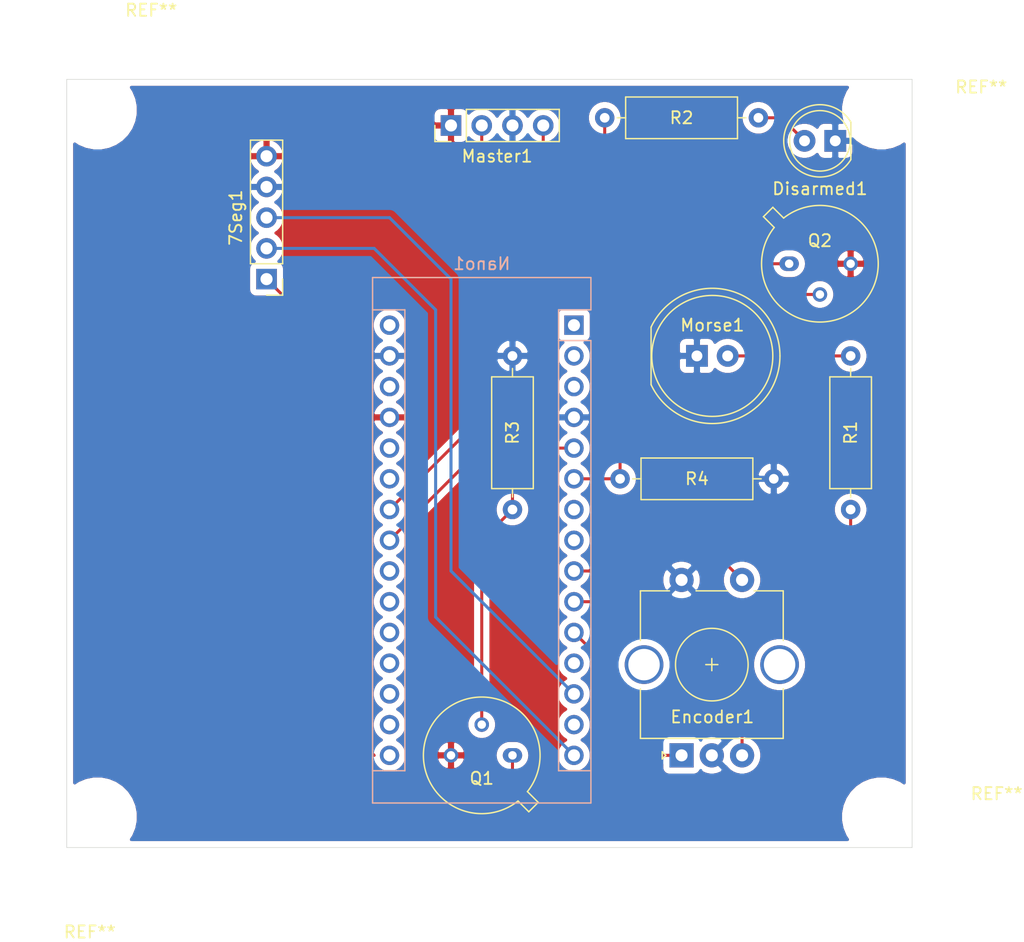
<source format=kicad_pcb>
(kicad_pcb (version 20171130) (host pcbnew "(5.1.9)-1")

  (general
    (thickness 1.6)
    (drawings 4)
    (tracks 47)
    (zones 0)
    (modules 16)
    (nets 34)
  )

  (page A4)
  (layers
    (0 F.Cu signal)
    (31 B.Cu signal)
    (32 B.Adhes user)
    (33 F.Adhes user)
    (34 B.Paste user hide)
    (35 F.Paste user)
    (36 B.SilkS user)
    (37 F.SilkS user)
    (38 B.Mask user)
    (39 F.Mask user)
    (40 Dwgs.User user)
    (41 Cmts.User user hide)
    (42 Eco1.User user hide)
    (43 Eco2.User user hide)
    (44 Edge.Cuts user)
    (45 Margin user hide)
    (46 B.CrtYd user hide)
    (47 F.CrtYd user hide)
    (48 B.Fab user)
    (49 F.Fab user)
  )

  (setup
    (last_trace_width 0.25)
    (trace_clearance 0.2)
    (zone_clearance 0.508)
    (zone_45_only no)
    (trace_min 0.2)
    (via_size 0.8)
    (via_drill 0.4)
    (via_min_size 0.4)
    (via_min_drill 0.3)
    (uvia_size 0.3)
    (uvia_drill 0.1)
    (uvias_allowed no)
    (uvia_min_size 0.2)
    (uvia_min_drill 0.1)
    (edge_width 0.05)
    (segment_width 0.2)
    (pcb_text_width 0.3)
    (pcb_text_size 1.5 1.5)
    (mod_edge_width 0.12)
    (mod_text_size 1 1)
    (mod_text_width 0.15)
    (pad_size 2.5 2.5)
    (pad_drill 2.5)
    (pad_to_mask_clearance 0)
    (aux_axis_origin 133.35 71.12)
    (grid_origin 133.35 71.12)
    (visible_elements 7FFFFFFF)
    (pcbplotparams
      (layerselection 0x010fc_ffffffff)
      (usegerberextensions false)
      (usegerberattributes true)
      (usegerberadvancedattributes true)
      (creategerberjobfile true)
      (excludeedgelayer true)
      (linewidth 0.100000)
      (plotframeref false)
      (viasonmask false)
      (mode 1)
      (useauxorigin false)
      (hpglpennumber 1)
      (hpglpenspeed 20)
      (hpglpendiameter 15.000000)
      (psnegative false)
      (psa4output false)
      (plotreference true)
      (plotvalue true)
      (plotinvisibletext false)
      (padsonsilk false)
      (subtractmaskfromsilk false)
      (outputformat 1)
      (mirror false)
      (drillshape 0)
      (scaleselection 1)
      (outputdirectory ""))
  )

  (net 0 "")
  (net 1 "Net-(7Seg1-Pad1)")
  (net 2 "Net-(7Seg1-Pad2)")
  (net 3 "Net-(Nano1-Pad30)")
  (net 4 "Net-(Nano1-Pad14)")
  (net 5 GND)
  (net 6 "Net-(7Seg1-Pad3)")
  (net 7 "Net-(Nano1-Pad28)")
  (net 8 "Net-(Nano1-Pad12)")
  (net 9 +5V)
  (net 10 "Net-(Nano1-Pad26)")
  (net 11 "Net-(Nano1-Pad25)")
  (net 12 "Net-(Nano1-Pad8)")
  (net 13 "Net-(Nano1-Pad7)")
  (net 14 "Net-(Nano1-Pad22)")
  (net 15 "Net-(Nano1-Pad6)")
  (net 16 "Net-(Nano1-Pad21)")
  (net 17 "Net-(Nano1-Pad5)")
  (net 18 "Net-(Nano1-Pad20)")
  (net 19 "Net-(Nano1-Pad19)")
  (net 20 "Net-(Nano1-Pad3)")
  (net 21 "Net-(Nano1-Pad18)")
  (net 22 "Net-(Nano1-Pad2)")
  (net 23 "Net-(Nano1-Pad17)")
  (net 24 "Net-(Nano1-Pad1)")
  (net 25 "Net-(Q1-Pad1)")
  (net 26 "Net-(Q2-Pad1)")
  (net 27 "Net-(Disarmed1-Pad2)")
  (net 28 "Net-(Encoder1-PadS1)")
  (net 29 "Net-(Encoder1-PadB)")
  (net 30 "Net-(Encoder1-PadA)")
  (net 31 "Net-(Master1-Pad4)")
  (net 32 "Net-(Master1-Pad2)")
  (net 33 "Net-(Morse1-Pad2)")

  (net_class Default "This is the default net class."
    (clearance 0.2)
    (trace_width 0.25)
    (via_dia 0.8)
    (via_drill 0.4)
    (uvia_dia 0.3)
    (uvia_drill 0.1)
    (add_net +5V)
    (add_net GND)
    (add_net "Net-(7Seg1-Pad1)")
    (add_net "Net-(7Seg1-Pad2)")
    (add_net "Net-(7Seg1-Pad3)")
    (add_net "Net-(Disarmed1-Pad2)")
    (add_net "Net-(Encoder1-PadA)")
    (add_net "Net-(Encoder1-PadB)")
    (add_net "Net-(Encoder1-PadS1)")
    (add_net "Net-(Master1-Pad2)")
    (add_net "Net-(Master1-Pad4)")
    (add_net "Net-(Morse1-Pad2)")
    (add_net "Net-(Nano1-Pad1)")
    (add_net "Net-(Nano1-Pad12)")
    (add_net "Net-(Nano1-Pad14)")
    (add_net "Net-(Nano1-Pad17)")
    (add_net "Net-(Nano1-Pad18)")
    (add_net "Net-(Nano1-Pad19)")
    (add_net "Net-(Nano1-Pad2)")
    (add_net "Net-(Nano1-Pad20)")
    (add_net "Net-(Nano1-Pad21)")
    (add_net "Net-(Nano1-Pad22)")
    (add_net "Net-(Nano1-Pad25)")
    (add_net "Net-(Nano1-Pad26)")
    (add_net "Net-(Nano1-Pad28)")
    (add_net "Net-(Nano1-Pad3)")
    (add_net "Net-(Nano1-Pad30)")
    (add_net "Net-(Nano1-Pad5)")
    (add_net "Net-(Nano1-Pad6)")
    (add_net "Net-(Nano1-Pad7)")
    (add_net "Net-(Nano1-Pad8)")
    (add_net "Net-(Q1-Pad1)")
    (add_net "Net-(Q2-Pad1)")
  )

  (module LED_THT:LED_D5.0mm (layer F.Cu) (tedit 5995936A) (tstamp 61096E10)
    (at 196.85 76.2 180)
    (descr "LED, diameter 5.0mm, 2 pins, http://cdn-reichelt.de/documents/datenblatt/A500/LL-504BC2E-009.pdf")
    (tags "LED diameter 5.0mm 2 pins")
    (path /610B5617)
    (fp_text reference Disarmed1 (at 1.27 -3.96) (layer F.SilkS)
      (effects (font (size 1 1) (thickness 0.15)))
    )
    (fp_text value LED (at 1.27 3.96) (layer F.Fab)
      (effects (font (size 1 1) (thickness 0.15)))
    )
    (fp_text user %R (at 1.25 0) (layer F.Fab)
      (effects (font (size 0.8 0.8) (thickness 0.2)))
    )
    (fp_arc (start 1.27 0) (end -1.29 1.54483) (angle -148.9) (layer F.SilkS) (width 0.12))
    (fp_arc (start 1.27 0) (end -1.29 -1.54483) (angle 148.9) (layer F.SilkS) (width 0.12))
    (fp_arc (start 1.27 0) (end -1.23 -1.469694) (angle 299.1) (layer F.Fab) (width 0.1))
    (fp_circle (center 1.27 0) (end 3.77 0) (layer F.Fab) (width 0.1))
    (fp_circle (center 1.27 0) (end 3.77 0) (layer F.SilkS) (width 0.12))
    (fp_line (start -1.23 -1.469694) (end -1.23 1.469694) (layer F.Fab) (width 0.1))
    (fp_line (start -1.29 -1.545) (end -1.29 1.545) (layer F.SilkS) (width 0.12))
    (fp_line (start -1.95 -3.25) (end -1.95 3.25) (layer F.CrtYd) (width 0.05))
    (fp_line (start -1.95 3.25) (end 4.5 3.25) (layer F.CrtYd) (width 0.05))
    (fp_line (start 4.5 3.25) (end 4.5 -3.25) (layer F.CrtYd) (width 0.05))
    (fp_line (start 4.5 -3.25) (end -1.95 -3.25) (layer F.CrtYd) (width 0.05))
    (pad 2 thru_hole circle (at 2.54 0 180) (size 1.8 1.8) (drill 0.9) (layers *.Cu *.Mask)
      (net 27 "Net-(Disarmed1-Pad2)"))
    (pad 1 thru_hole rect (at 0 0 180) (size 1.8 1.8) (drill 0.9) (layers *.Cu *.Mask)
      (net 5 GND))
    (model ${KISYS3DMOD}/LED_THT.3dshapes/LED_D5.0mm.wrl
      (at (xyz 0 0 0))
      (scale (xyz 1 1 1))
      (rotate (xyz 0 0 0))
    )
  )

  (module LED_THT:LED_D10.0mm (layer F.Cu) (tedit 587A3A7B) (tstamp 61096DFE)
    (at 185.42 93.98)
    (descr "LED, diameter 10.0mm, 2 pins, http://cdn-reichelt.de/documents/datenblatt/A500/LED10-4500RT%23KIN.pdf")
    (tags "LED diameter 10.0mm 2 pins")
    (path /610B674C)
    (fp_text reference Morse1 (at 1.27 -2.54) (layer F.SilkS)
      (effects (font (size 1 1) (thickness 0.15)))
    )
    (fp_text value LED (at 1.27 6.56) (layer F.Fab)
      (effects (font (size 1 1) (thickness 0.15)))
    )
    (fp_arc (start 1.27 0) (end -3.79 2.375816) (angle -154.8) (layer F.SilkS) (width 0.12))
    (fp_arc (start 1.27 0) (end -3.79 -2.375816) (angle 154.8) (layer F.SilkS) (width 0.12))
    (fp_arc (start 1.27 0) (end -3.73 -2.291288) (angle 310.8) (layer F.Fab) (width 0.1))
    (fp_circle (center 1.27 0) (end 6.27 0) (layer F.Fab) (width 0.1))
    (fp_circle (center 1.27 0) (end 6.27 0) (layer F.SilkS) (width 0.12))
    (fp_line (start -3.73 -2.291288) (end -3.73 2.291288) (layer F.Fab) (width 0.1))
    (fp_line (start -3.79 -2.376) (end -3.79 2.376) (layer F.SilkS) (width 0.12))
    (fp_line (start -4.55 -5.85) (end -4.55 5.85) (layer F.CrtYd) (width 0.05))
    (fp_line (start -4.55 5.85) (end 7.1 5.85) (layer F.CrtYd) (width 0.05))
    (fp_line (start 7.1 5.85) (end 7.1 -5.85) (layer F.CrtYd) (width 0.05))
    (fp_line (start 7.1 -5.85) (end -4.55 -5.85) (layer F.CrtYd) (width 0.05))
    (pad 2 thru_hole circle (at 2.54 0) (size 1.8 1.8) (drill 0.9) (layers *.Cu *.Mask)
      (net 33 "Net-(Morse1-Pad2)"))
    (pad 1 thru_hole rect (at 0 0) (size 1.8 1.8) (drill 0.9) (layers *.Cu *.Mask)
      (net 5 GND))
    (model ${KISYS3DMOD}/LED_THT.3dshapes/LED_D10.0mm.wrl
      (at (xyz 0 0 0))
      (scale (xyz 1 1 1))
      (rotate (xyz 0 0 0))
    )
  )

  (module Module:Arduino_Nano (layer B.Cu) (tedit 58ACAF70) (tstamp 61048E8A)
    (at 175.26 91.44 180)
    (descr "Arduino Nano, http://www.mouser.com/pdfdocs/Gravitech_Arduino_Nano3_0.pdf")
    (tags "Arduino Nano")
    (path /6103F115)
    (fp_text reference Nano1 (at 7.62 5.08) (layer B.SilkS)
      (effects (font (size 1 1) (thickness 0.15)) (justify mirror))
    )
    (fp_text value Arduino_Nano_v3.x (at 8.89 -17.78 270) (layer B.Fab)
      (effects (font (size 1 1) (thickness 0.15)) (justify mirror))
    )
    (fp_text user %R (at 6.35 -19.05 270) (layer B.Fab)
      (effects (font (size 1 1) (thickness 0.15)) (justify mirror))
    )
    (fp_line (start 1.27 -1.27) (end 1.27 1.27) (layer B.SilkS) (width 0.12))
    (fp_line (start 1.27 1.27) (end -1.4 1.27) (layer B.SilkS) (width 0.12))
    (fp_line (start -1.4 -1.27) (end -1.4 -39.5) (layer B.SilkS) (width 0.12))
    (fp_line (start -1.4 3.94) (end -1.4 1.27) (layer B.SilkS) (width 0.12))
    (fp_line (start 13.97 1.27) (end 16.64 1.27) (layer B.SilkS) (width 0.12))
    (fp_line (start 13.97 1.27) (end 13.97 -36.83) (layer B.SilkS) (width 0.12))
    (fp_line (start 13.97 -36.83) (end 16.64 -36.83) (layer B.SilkS) (width 0.12))
    (fp_line (start 1.27 -1.27) (end -1.4 -1.27) (layer B.SilkS) (width 0.12))
    (fp_line (start 1.27 -1.27) (end 1.27 -36.83) (layer B.SilkS) (width 0.12))
    (fp_line (start 1.27 -36.83) (end -1.4 -36.83) (layer B.SilkS) (width 0.12))
    (fp_line (start 3.81 -31.75) (end 11.43 -31.75) (layer B.Fab) (width 0.1))
    (fp_line (start 11.43 -31.75) (end 11.43 -41.91) (layer B.Fab) (width 0.1))
    (fp_line (start 11.43 -41.91) (end 3.81 -41.91) (layer B.Fab) (width 0.1))
    (fp_line (start 3.81 -41.91) (end 3.81 -31.75) (layer B.Fab) (width 0.1))
    (fp_line (start -1.4 -39.5) (end 16.64 -39.5) (layer B.SilkS) (width 0.12))
    (fp_line (start 16.64 -39.5) (end 16.64 3.94) (layer B.SilkS) (width 0.12))
    (fp_line (start 16.64 3.94) (end -1.4 3.94) (layer B.SilkS) (width 0.12))
    (fp_line (start 16.51 -39.37) (end -1.27 -39.37) (layer B.Fab) (width 0.1))
    (fp_line (start -1.27 -39.37) (end -1.27 2.54) (layer B.Fab) (width 0.1))
    (fp_line (start -1.27 2.54) (end 0 3.81) (layer B.Fab) (width 0.1))
    (fp_line (start 0 3.81) (end 16.51 3.81) (layer B.Fab) (width 0.1))
    (fp_line (start 16.51 3.81) (end 16.51 -39.37) (layer B.Fab) (width 0.1))
    (fp_line (start -1.53 4.06) (end 16.75 4.06) (layer B.CrtYd) (width 0.05))
    (fp_line (start -1.53 4.06) (end -1.53 -42.16) (layer B.CrtYd) (width 0.05))
    (fp_line (start 16.75 -42.16) (end 16.75 4.06) (layer B.CrtYd) (width 0.05))
    (fp_line (start 16.75 -42.16) (end -1.53 -42.16) (layer B.CrtYd) (width 0.05))
    (pad 16 thru_hole oval (at 15.24 -35.56 180) (size 1.6 1.6) (drill 1) (layers *.Cu *.Mask)
      (net 1 "Net-(7Seg1-Pad1)"))
    (pad 15 thru_hole oval (at 0 -35.56 180) (size 1.6 1.6) (drill 1) (layers *.Cu *.Mask)
      (net 2 "Net-(7Seg1-Pad2)"))
    (pad 30 thru_hole oval (at 15.24 0 180) (size 1.6 1.6) (drill 1) (layers *.Cu *.Mask)
      (net 3 "Net-(Nano1-Pad30)"))
    (pad 14 thru_hole oval (at 0 -33.02 180) (size 1.6 1.6) (drill 1) (layers *.Cu *.Mask)
      (net 4 "Net-(Nano1-Pad14)"))
    (pad 29 thru_hole oval (at 15.24 -2.54 180) (size 1.6 1.6) (drill 1) (layers *.Cu *.Mask)
      (net 5 GND))
    (pad 13 thru_hole oval (at 0 -30.48 180) (size 1.6 1.6) (drill 1) (layers *.Cu *.Mask)
      (net 6 "Net-(7Seg1-Pad3)"))
    (pad 28 thru_hole oval (at 15.24 -5.08 180) (size 1.6 1.6) (drill 1) (layers *.Cu *.Mask)
      (net 7 "Net-(Nano1-Pad28)"))
    (pad 12 thru_hole oval (at 0 -27.94 180) (size 1.6 1.6) (drill 1) (layers *.Cu *.Mask)
      (net 8 "Net-(Nano1-Pad12)"))
    (pad 27 thru_hole oval (at 15.24 -7.62 180) (size 1.6 1.6) (drill 1) (layers *.Cu *.Mask)
      (net 9 +5V))
    (pad 11 thru_hole oval (at 0 -25.4 180) (size 1.6 1.6) (drill 1) (layers *.Cu *.Mask)
      (net 30 "Net-(Encoder1-PadA)"))
    (pad 26 thru_hole oval (at 15.24 -10.16 180) (size 1.6 1.6) (drill 1) (layers *.Cu *.Mask)
      (net 10 "Net-(Nano1-Pad26)"))
    (pad 10 thru_hole oval (at 0 -22.86 180) (size 1.6 1.6) (drill 1) (layers *.Cu *.Mask)
      (net 29 "Net-(Encoder1-PadB)"))
    (pad 25 thru_hole oval (at 15.24 -12.7 180) (size 1.6 1.6) (drill 1) (layers *.Cu *.Mask)
      (net 11 "Net-(Nano1-Pad25)"))
    (pad 9 thru_hole oval (at 0 -20.32 180) (size 1.6 1.6) (drill 1) (layers *.Cu *.Mask)
      (net 28 "Net-(Encoder1-PadS1)"))
    (pad 24 thru_hole oval (at 15.24 -15.24 180) (size 1.6 1.6) (drill 1) (layers *.Cu *.Mask)
      (net 32 "Net-(Master1-Pad2)"))
    (pad 8 thru_hole oval (at 0 -17.78 180) (size 1.6 1.6) (drill 1) (layers *.Cu *.Mask)
      (net 12 "Net-(Nano1-Pad8)"))
    (pad 23 thru_hole oval (at 15.24 -17.78 180) (size 1.6 1.6) (drill 1) (layers *.Cu *.Mask)
      (net 31 "Net-(Master1-Pad4)"))
    (pad 7 thru_hole oval (at 0 -15.24 180) (size 1.6 1.6) (drill 1) (layers *.Cu *.Mask)
      (net 13 "Net-(Nano1-Pad7)"))
    (pad 22 thru_hole oval (at 15.24 -20.32 180) (size 1.6 1.6) (drill 1) (layers *.Cu *.Mask)
      (net 14 "Net-(Nano1-Pad22)"))
    (pad 6 thru_hole oval (at 0 -12.7 180) (size 1.6 1.6) (drill 1) (layers *.Cu *.Mask)
      (net 15 "Net-(Nano1-Pad6)"))
    (pad 21 thru_hole oval (at 15.24 -22.86 180) (size 1.6 1.6) (drill 1) (layers *.Cu *.Mask)
      (net 16 "Net-(Nano1-Pad21)"))
    (pad 5 thru_hole oval (at 0 -10.16 180) (size 1.6 1.6) (drill 1) (layers *.Cu *.Mask)
      (net 17 "Net-(Nano1-Pad5)"))
    (pad 20 thru_hole oval (at 15.24 -25.4 180) (size 1.6 1.6) (drill 1) (layers *.Cu *.Mask)
      (net 18 "Net-(Nano1-Pad20)"))
    (pad 4 thru_hole oval (at 0 -7.62 180) (size 1.6 1.6) (drill 1) (layers *.Cu *.Mask)
      (net 5 GND))
    (pad 19 thru_hole oval (at 15.24 -27.94 180) (size 1.6 1.6) (drill 1) (layers *.Cu *.Mask)
      (net 19 "Net-(Nano1-Pad19)"))
    (pad 3 thru_hole oval (at 0 -5.08 180) (size 1.6 1.6) (drill 1) (layers *.Cu *.Mask)
      (net 20 "Net-(Nano1-Pad3)"))
    (pad 18 thru_hole oval (at 15.24 -30.48 180) (size 1.6 1.6) (drill 1) (layers *.Cu *.Mask)
      (net 21 "Net-(Nano1-Pad18)"))
    (pad 2 thru_hole oval (at 0 -2.54 180) (size 1.6 1.6) (drill 1) (layers *.Cu *.Mask)
      (net 22 "Net-(Nano1-Pad2)"))
    (pad 17 thru_hole oval (at 15.24 -33.02 180) (size 1.6 1.6) (drill 1) (layers *.Cu *.Mask)
      (net 23 "Net-(Nano1-Pad17)"))
    (pad 1 thru_hole rect (at 0 0 180) (size 1.6 1.6) (drill 1) (layers *.Cu *.Mask)
      (net 24 "Net-(Nano1-Pad1)"))
    (model ${KISYS3DMOD}/Module.3dshapes/Arduino_Nano_WithMountingHoles.wrl
      (at (xyz 0 0 0))
      (scale (xyz 1 1 1))
      (rotate (xyz 0 0 0))
    )
  )

  (module MountingHole:MountingHole_2.5mm (layer F.Cu) (tedit 610ADD19) (tstamp 61066581)
    (at 135.89 132.08)
    (descr "Mounting Hole 2.5mm, no annular")
    (tags "mounting hole 2.5mm no annular")
    (attr virtual)
    (fp_text reference REF** (at -0.635 9.525) (layer F.SilkS)
      (effects (font (size 1 1) (thickness 0.15)))
    )
    (fp_text value MountingHole_2.5mm (at 0 3.5) (layer F.Fab)
      (effects (font (size 1 1) (thickness 0.15)))
    )
    (fp_circle (center 0 0) (end 2.75 0) (layer F.CrtYd) (width 0.05))
    (fp_circle (center 0 0) (end 2.5 0) (layer Cmts.User) (width 0.15))
    (fp_text user %R (at 0.3 0) (layer F.Fab)
      (effects (font (size 1 1) (thickness 0.15)))
    )
    (pad "" np_thru_hole circle (at 0 0) (size 2.5 2.5) (drill 2.5) (layers *.Cu *.Mask)
      (clearance 2))
  )

  (module MountingHole:MountingHole_2.5mm (layer F.Cu) (tedit 610ADD0B) (tstamp 6106655D)
    (at 200.66 132.08)
    (descr "Mounting Hole 2.5mm, no annular")
    (tags "mounting hole 2.5mm no annular")
    (attr virtual)
    (fp_text reference REF** (at 9.525 -1.905) (layer F.SilkS)
      (effects (font (size 1 1) (thickness 0.15)))
    )
    (fp_text value MountingHole_2.5mm (at 0 3.5) (layer F.Fab)
      (effects (font (size 1 1) (thickness 0.15)))
    )
    (fp_circle (center 0 0) (end 2.75 0) (layer F.CrtYd) (width 0.05))
    (fp_circle (center 0 0) (end 2.5 0) (layer Cmts.User) (width 0.15))
    (fp_text user %R (at 0.3 0) (layer F.Fab)
      (effects (font (size 1 1) (thickness 0.15)))
    )
    (pad "" np_thru_hole circle (at 0 0) (size 2.5 2.5) (drill 2.5) (layers *.Cu *.Mask)
      (clearance 2))
  )

  (module MountingHole:MountingHole_2.5mm (layer F.Cu) (tedit 610ADE32) (tstamp 61066539)
    (at 200.66 73.66)
    (descr "Mounting Hole 2.5mm, no annular")
    (tags "mounting hole 2.5mm no annular")
    (attr virtual)
    (fp_text reference REF** (at 8.255 -1.905) (layer F.SilkS)
      (effects (font (size 1 1) (thickness 0.15)))
    )
    (fp_text value MountingHole_2.5mm (at 0 3.5) (layer F.Fab)
      (effects (font (size 1 1) (thickness 0.15)))
    )
    (fp_circle (center 0 0) (end 2.75 0) (layer F.CrtYd) (width 0.05))
    (fp_circle (center 0 0) (end 2.5 0) (layer Cmts.User) (width 0.15))
    (fp_text user %R (at 0.3 0) (layer F.Fab)
      (effects (font (size 1 1) (thickness 0.15)))
    )
    (pad "" np_thru_hole circle (at 0 0) (size 2.5 2.5) (drill 2.5) (layers *.Cu *.Mask)
      (clearance 2))
  )

  (module MountingHole:MountingHole_2.5mm (layer F.Cu) (tedit 610ADD83) (tstamp 61066515)
    (at 135.89 73.66)
    (descr "Mounting Hole 2.5mm, no annular")
    (tags "mounting hole 2.5mm no annular")
    (attr virtual)
    (fp_text reference REF** (at 4.445 -8.255) (layer F.SilkS)
      (effects (font (size 1 1) (thickness 0.15)))
    )
    (fp_text value MountingHole_2.5mm (at 0 3.5) (layer F.Fab)
      (effects (font (size 1 1) (thickness 0.15)))
    )
    (fp_circle (center 0 0) (end 2.75 0) (layer F.CrtYd) (width 0.05))
    (fp_circle (center 0 0) (end 2.5 0) (layer Cmts.User) (width 0.15))
    (pad "" np_thru_hole circle (at 0 0) (size 2.5 2.5) (drill 2.5) (layers *.Cu *.Mask)
      (clearance 2))
  )

  (module Rotary_Encoder:RotaryEncoder_Alps_EC11E-Switch_Vertical_H20mm_CircularMountingHoles (layer F.Cu) (tedit 5A74C8DD) (tstamp 610854DD)
    (at 184.15 127 90)
    (descr "Alps rotary encoder, EC12E... with switch, vertical shaft, mounting holes with circular drills, http://www.alps.com/prod/info/E/HTML/Encoder/Incremental/EC11/EC11E15204A3.html")
    (tags "rotary encoder")
    (path /61085799)
    (fp_text reference Encoder1 (at 3.175 2.54 180) (layer F.SilkS)
      (effects (font (size 1 1) (thickness 0.15)))
    )
    (fp_text value Rotary_Encoder_Switch (at 7.5 10.4 90) (layer F.Fab)
      (effects (font (size 1 1) (thickness 0.15)))
    )
    (fp_circle (center 7.5 2.5) (end 10.5 2.5) (layer F.Fab) (width 0.12))
    (fp_circle (center 7.5 2.5) (end 10.5 2.5) (layer F.SilkS) (width 0.12))
    (fp_line (start 16 10.2) (end -1.5 10.2) (layer F.CrtYd) (width 0.05))
    (fp_line (start 16 10.2) (end 16 -5.2) (layer F.CrtYd) (width 0.05))
    (fp_line (start -1.5 -5.2) (end -1.5 10.2) (layer F.CrtYd) (width 0.05))
    (fp_line (start -1.5 -5.2) (end 16 -5.2) (layer F.CrtYd) (width 0.05))
    (fp_line (start 2.5 -3.3) (end 13.5 -3.3) (layer F.Fab) (width 0.12))
    (fp_line (start 13.5 -3.3) (end 13.5 8.3) (layer F.Fab) (width 0.12))
    (fp_line (start 13.5 8.3) (end 1.5 8.3) (layer F.Fab) (width 0.12))
    (fp_line (start 1.5 8.3) (end 1.5 -2.2) (layer F.Fab) (width 0.12))
    (fp_line (start 1.5 -2.2) (end 2.5 -3.3) (layer F.Fab) (width 0.12))
    (fp_line (start 9.5 -3.4) (end 13.6 -3.4) (layer F.SilkS) (width 0.12))
    (fp_line (start 13.6 8.4) (end 9.5 8.4) (layer F.SilkS) (width 0.12))
    (fp_line (start 5.5 8.4) (end 1.4 8.4) (layer F.SilkS) (width 0.12))
    (fp_line (start 5.5 -3.4) (end 1.4 -3.4) (layer F.SilkS) (width 0.12))
    (fp_line (start 1.4 -3.4) (end 1.4 8.4) (layer F.SilkS) (width 0.12))
    (fp_line (start 0 -1.3) (end -0.3 -1.6) (layer F.SilkS) (width 0.12))
    (fp_line (start -0.3 -1.6) (end 0.3 -1.6) (layer F.SilkS) (width 0.12))
    (fp_line (start 0.3 -1.6) (end 0 -1.3) (layer F.SilkS) (width 0.12))
    (fp_line (start 7.5 -0.5) (end 7.5 5.5) (layer F.Fab) (width 0.12))
    (fp_line (start 4.5 2.5) (end 10.5 2.5) (layer F.Fab) (width 0.12))
    (fp_line (start 13.6 -3.4) (end 13.6 -1) (layer F.SilkS) (width 0.12))
    (fp_line (start 13.6 1.2) (end 13.6 3.8) (layer F.SilkS) (width 0.12))
    (fp_line (start 13.6 6) (end 13.6 8.4) (layer F.SilkS) (width 0.12))
    (fp_line (start 7.5 2) (end 7.5 3) (layer F.SilkS) (width 0.12))
    (fp_line (start 7 2.5) (end 8 2.5) (layer F.SilkS) (width 0.12))
    (fp_text user %R (at 11.1 6.3 90) (layer F.Fab)
      (effects (font (size 1 1) (thickness 0.15)))
    )
    (pad S1 thru_hole circle (at 14.5 5 90) (size 2 2) (drill 1) (layers *.Cu *.Mask)
      (net 28 "Net-(Encoder1-PadS1)"))
    (pad S2 thru_hole circle (at 14.5 0 90) (size 2 2) (drill 1) (layers *.Cu *.Mask)
      (net 5 GND))
    (pad MP thru_hole circle (at 7.5 8.1 90) (size 3.2 3.2) (drill 2.6) (layers *.Cu *.Mask))
    (pad MP thru_hole circle (at 7.5 -3.1 90) (size 3.2 3.2) (drill 2.6) (layers *.Cu *.Mask))
    (pad B thru_hole circle (at 0 5 90) (size 2 2) (drill 1) (layers *.Cu *.Mask)
      (net 29 "Net-(Encoder1-PadB)"))
    (pad C thru_hole circle (at 0 2.5 90) (size 2 2) (drill 1) (layers *.Cu *.Mask)
      (net 5 GND))
    (pad A thru_hole rect (at 0 0 90) (size 2 2) (drill 1) (layers *.Cu *.Mask)
      (net 30 "Net-(Encoder1-PadA)"))
    (model ${KISYS3DMOD}/Rotary_Encoder.3dshapes/RotaryEncoder_Alps_EC11E-Switch_Vertical_H20mm_CircularMountingHoles.wrl
      (at (xyz 0 0 0))
      (scale (xyz 1 1 1))
      (rotate (xyz 0 0 0))
    )
  )

  (module Resistor_THT:R_Axial_DIN0309_L9.0mm_D3.2mm_P12.70mm_Horizontal (layer F.Cu) (tedit 5AE5139B) (tstamp 6108485B)
    (at 179.07 104.14)
    (descr "Resistor, Axial_DIN0309 series, Axial, Horizontal, pin pitch=12.7mm, 0.5W = 1/2W, length*diameter=9*3.2mm^2, http://cdn-reichelt.de/documents/datenblatt/B400/1_4W%23YAG.pdf")
    (tags "Resistor Axial_DIN0309 series Axial Horizontal pin pitch 12.7mm 0.5W = 1/2W length 9mm diameter 3.2mm")
    (path /61084C3D)
    (fp_text reference R4 (at 6.35 0) (layer F.SilkS)
      (effects (font (size 1 1) (thickness 0.15)))
    )
    (fp_text value R (at 6.35 2.72) (layer F.Fab)
      (effects (font (size 1 1) (thickness 0.15)))
    )
    (fp_text user %R (at 6.35 0) (layer F.Fab)
      (effects (font (size 1 1) (thickness 0.15)))
    )
    (fp_line (start 1.85 -1.6) (end 1.85 1.6) (layer F.Fab) (width 0.1))
    (fp_line (start 1.85 1.6) (end 10.85 1.6) (layer F.Fab) (width 0.1))
    (fp_line (start 10.85 1.6) (end 10.85 -1.6) (layer F.Fab) (width 0.1))
    (fp_line (start 10.85 -1.6) (end 1.85 -1.6) (layer F.Fab) (width 0.1))
    (fp_line (start 0 0) (end 1.85 0) (layer F.Fab) (width 0.1))
    (fp_line (start 12.7 0) (end 10.85 0) (layer F.Fab) (width 0.1))
    (fp_line (start 1.73 -1.72) (end 1.73 1.72) (layer F.SilkS) (width 0.12))
    (fp_line (start 1.73 1.72) (end 10.97 1.72) (layer F.SilkS) (width 0.12))
    (fp_line (start 10.97 1.72) (end 10.97 -1.72) (layer F.SilkS) (width 0.12))
    (fp_line (start 10.97 -1.72) (end 1.73 -1.72) (layer F.SilkS) (width 0.12))
    (fp_line (start 1.04 0) (end 1.73 0) (layer F.SilkS) (width 0.12))
    (fp_line (start 11.66 0) (end 10.97 0) (layer F.SilkS) (width 0.12))
    (fp_line (start -1.05 -1.85) (end -1.05 1.85) (layer F.CrtYd) (width 0.05))
    (fp_line (start -1.05 1.85) (end 13.75 1.85) (layer F.CrtYd) (width 0.05))
    (fp_line (start 13.75 1.85) (end 13.75 -1.85) (layer F.CrtYd) (width 0.05))
    (fp_line (start 13.75 -1.85) (end -1.05 -1.85) (layer F.CrtYd) (width 0.05))
    (pad 2 thru_hole oval (at 12.7 0) (size 1.6 1.6) (drill 0.8) (layers *.Cu *.Mask)
      (net 5 GND))
    (pad 1 thru_hole circle (at 0 0) (size 1.6 1.6) (drill 0.8) (layers *.Cu *.Mask)
      (net 15 "Net-(Nano1-Pad6)"))
    (model ${KISYS3DMOD}/Resistor_THT.3dshapes/R_Axial_DIN0309_L9.0mm_D3.2mm_P12.70mm_Horizontal.wrl
      (at (xyz 0 0 0))
      (scale (xyz 1 1 1))
      (rotate (xyz 0 0 0))
    )
  )

  (module Resistor_THT:R_Axial_DIN0309_L9.0mm_D3.2mm_P12.70mm_Horizontal (layer F.Cu) (tedit 5AE5139B) (tstamp 61084844)
    (at 170.18 106.68 90)
    (descr "Resistor, Axial_DIN0309 series, Axial, Horizontal, pin pitch=12.7mm, 0.5W = 1/2W, length*diameter=9*3.2mm^2, http://cdn-reichelt.de/documents/datenblatt/B400/1_4W%23YAG.pdf")
    (tags "Resistor Axial_DIN0309 series Axial Horizontal pin pitch 12.7mm 0.5W = 1/2W length 9mm diameter 3.2mm")
    (path /6108410E)
    (fp_text reference R3 (at 6.35 0 90) (layer F.SilkS)
      (effects (font (size 1 1) (thickness 0.15)))
    )
    (fp_text value R (at 6.35 2.72 90) (layer F.Fab)
      (effects (font (size 1 1) (thickness 0.15)))
    )
    (fp_text user %R (at 5.08 0 90) (layer F.Fab)
      (effects (font (size 1 1) (thickness 0.15)))
    )
    (fp_line (start 1.85 -1.6) (end 1.85 1.6) (layer F.Fab) (width 0.1))
    (fp_line (start 1.85 1.6) (end 10.85 1.6) (layer F.Fab) (width 0.1))
    (fp_line (start 10.85 1.6) (end 10.85 -1.6) (layer F.Fab) (width 0.1))
    (fp_line (start 10.85 -1.6) (end 1.85 -1.6) (layer F.Fab) (width 0.1))
    (fp_line (start 0 0) (end 1.85 0) (layer F.Fab) (width 0.1))
    (fp_line (start 12.7 0) (end 10.85 0) (layer F.Fab) (width 0.1))
    (fp_line (start 1.73 -1.72) (end 1.73 1.72) (layer F.SilkS) (width 0.12))
    (fp_line (start 1.73 1.72) (end 10.97 1.72) (layer F.SilkS) (width 0.12))
    (fp_line (start 10.97 1.72) (end 10.97 -1.72) (layer F.SilkS) (width 0.12))
    (fp_line (start 10.97 -1.72) (end 1.73 -1.72) (layer F.SilkS) (width 0.12))
    (fp_line (start 1.04 0) (end 1.73 0) (layer F.SilkS) (width 0.12))
    (fp_line (start 11.66 0) (end 10.97 0) (layer F.SilkS) (width 0.12))
    (fp_line (start -1.05 -1.85) (end -1.05 1.85) (layer F.CrtYd) (width 0.05))
    (fp_line (start -1.05 1.85) (end 13.75 1.85) (layer F.CrtYd) (width 0.05))
    (fp_line (start 13.75 1.85) (end 13.75 -1.85) (layer F.CrtYd) (width 0.05))
    (fp_line (start 13.75 -1.85) (end -1.05 -1.85) (layer F.CrtYd) (width 0.05))
    (pad 2 thru_hole oval (at 12.7 0 90) (size 1.6 1.6) (drill 0.8) (layers *.Cu *.Mask)
      (net 5 GND))
    (pad 1 thru_hole circle (at 0 0 90) (size 1.6 1.6) (drill 0.8) (layers *.Cu *.Mask)
      (net 17 "Net-(Nano1-Pad5)"))
    (model ${KISYS3DMOD}/Resistor_THT.3dshapes/R_Axial_DIN0309_L9.0mm_D3.2mm_P12.70mm_Horizontal.wrl
      (at (xyz 0 0 0))
      (scale (xyz 1 1 1))
      (rotate (xyz 0 0 0))
    )
  )

  (module Resistor_THT:R_Axial_DIN0309_L9.0mm_D3.2mm_P12.70mm_Horizontal (layer F.Cu) (tedit 5AE5139B) (tstamp 610548EB)
    (at 177.8 74.295)
    (descr "Resistor, Axial_DIN0309 series, Axial, Horizontal, pin pitch=12.7mm, 0.5W = 1/2W, length*diameter=9*3.2mm^2, http://cdn-reichelt.de/documents/datenblatt/B400/1_4W%23YAG.pdf")
    (tags "Resistor Axial_DIN0309 series Axial Horizontal pin pitch 12.7mm 0.5W = 1/2W length 9mm diameter 3.2mm")
    (path /61056D92)
    (fp_text reference R2 (at 6.35 0) (layer F.SilkS)
      (effects (font (size 1 1) (thickness 0.15)))
    )
    (fp_text value R (at 6.35 2.72) (layer F.Fab)
      (effects (font (size 1 1) (thickness 0.15)))
    )
    (fp_text user %R (at 6.35 0 90) (layer F.Fab)
      (effects (font (size 1 1) (thickness 0.15)))
    )
    (fp_line (start 13.75 -1.85) (end -1.05 -1.85) (layer F.CrtYd) (width 0.05))
    (fp_line (start 13.75 1.85) (end 13.75 -1.85) (layer F.CrtYd) (width 0.05))
    (fp_line (start -1.05 1.85) (end 13.75 1.85) (layer F.CrtYd) (width 0.05))
    (fp_line (start -1.05 -1.85) (end -1.05 1.85) (layer F.CrtYd) (width 0.05))
    (fp_line (start 11.66 0) (end 10.97 0) (layer F.SilkS) (width 0.12))
    (fp_line (start 1.04 0) (end 1.73 0) (layer F.SilkS) (width 0.12))
    (fp_line (start 10.97 -1.72) (end 1.73 -1.72) (layer F.SilkS) (width 0.12))
    (fp_line (start 10.97 1.72) (end 10.97 -1.72) (layer F.SilkS) (width 0.12))
    (fp_line (start 1.73 1.72) (end 10.97 1.72) (layer F.SilkS) (width 0.12))
    (fp_line (start 1.73 -1.72) (end 1.73 1.72) (layer F.SilkS) (width 0.12))
    (fp_line (start 12.7 0) (end 10.85 0) (layer F.Fab) (width 0.1))
    (fp_line (start 0 0) (end 1.85 0) (layer F.Fab) (width 0.1))
    (fp_line (start 10.85 -1.6) (end 1.85 -1.6) (layer F.Fab) (width 0.1))
    (fp_line (start 10.85 1.6) (end 10.85 -1.6) (layer F.Fab) (width 0.1))
    (fp_line (start 1.85 1.6) (end 10.85 1.6) (layer F.Fab) (width 0.1))
    (fp_line (start 1.85 -1.6) (end 1.85 1.6) (layer F.Fab) (width 0.1))
    (pad 1 thru_hole circle (at 0 0) (size 1.6 1.6) (drill 0.8) (layers *.Cu *.Mask)
      (net 26 "Net-(Q2-Pad1)"))
    (pad 2 thru_hole oval (at 12.7 0) (size 1.6 1.6) (drill 0.8) (layers *.Cu *.Mask)
      (net 27 "Net-(Disarmed1-Pad2)"))
    (model ${KISYS3DMOD}/Resistor_THT.3dshapes/R_Axial_DIN0309_L9.0mm_D3.2mm_P12.70mm_Horizontal.wrl
      (at (xyz 0 0 0))
      (scale (xyz 1 1 1))
      (rotate (xyz 0 0 0))
    )
  )

  (module Resistor_THT:R_Axial_DIN0309_L9.0mm_D3.2mm_P12.70mm_Horizontal (layer F.Cu) (tedit 5AE5139B) (tstamp 610548D4)
    (at 198.12 106.68 90)
    (descr "Resistor, Axial_DIN0309 series, Axial, Horizontal, pin pitch=12.7mm, 0.5W = 1/2W, length*diameter=9*3.2mm^2, http://cdn-reichelt.de/documents/datenblatt/B400/1_4W%23YAG.pdf")
    (tags "Resistor Axial_DIN0309 series Axial Horizontal pin pitch 12.7mm 0.5W = 1/2W length 9mm diameter 3.2mm")
    (path /6104E96F)
    (fp_text reference R1 (at 6.35 0 90) (layer F.SilkS)
      (effects (font (size 1 1) (thickness 0.15)))
    )
    (fp_text value R (at 6.35 2.72 90) (layer F.Fab)
      (effects (font (size 1 1) (thickness 0.15)))
    )
    (fp_line (start 1.85 -1.6) (end 1.85 1.6) (layer F.Fab) (width 0.1))
    (fp_line (start 1.85 1.6) (end 10.85 1.6) (layer F.Fab) (width 0.1))
    (fp_line (start 10.85 1.6) (end 10.85 -1.6) (layer F.Fab) (width 0.1))
    (fp_line (start 10.85 -1.6) (end 1.85 -1.6) (layer F.Fab) (width 0.1))
    (fp_line (start 0 0) (end 1.85 0) (layer F.Fab) (width 0.1))
    (fp_line (start 12.7 0) (end 10.85 0) (layer F.Fab) (width 0.1))
    (fp_line (start 1.73 -1.72) (end 1.73 1.72) (layer F.SilkS) (width 0.12))
    (fp_line (start 1.73 1.72) (end 10.97 1.72) (layer F.SilkS) (width 0.12))
    (fp_line (start 10.97 1.72) (end 10.97 -1.72) (layer F.SilkS) (width 0.12))
    (fp_line (start 10.97 -1.72) (end 1.73 -1.72) (layer F.SilkS) (width 0.12))
    (fp_line (start 1.04 0) (end 1.73 0) (layer F.SilkS) (width 0.12))
    (fp_line (start 11.66 0) (end 10.97 0) (layer F.SilkS) (width 0.12))
    (fp_line (start -1.05 -1.85) (end -1.05 1.85) (layer F.CrtYd) (width 0.05))
    (fp_line (start -1.05 1.85) (end 13.75 1.85) (layer F.CrtYd) (width 0.05))
    (fp_line (start 13.75 1.85) (end 13.75 -1.85) (layer F.CrtYd) (width 0.05))
    (fp_line (start 13.75 -1.85) (end -1.05 -1.85) (layer F.CrtYd) (width 0.05))
    (fp_text user %R (at 6.35 0 90) (layer F.Fab)
      (effects (font (size 1 1) (thickness 0.15)))
    )
    (pad 2 thru_hole oval (at 12.7 0 90) (size 1.6 1.6) (drill 0.8) (layers *.Cu *.Mask)
      (net 33 "Net-(Morse1-Pad2)"))
    (pad 1 thru_hole circle (at 0 0 90) (size 1.6 1.6) (drill 0.8) (layers *.Cu *.Mask)
      (net 25 "Net-(Q1-Pad1)"))
    (model ${KISYS3DMOD}/Resistor_THT.3dshapes/R_Axial_DIN0309_L9.0mm_D3.2mm_P12.70mm_Horizontal.wrl
      (at (xyz 0 0 0))
      (scale (xyz 1 1 1))
      (rotate (xyz 0 0 0))
    )
  )

  (module Package_TO_SOT_THT:TO-39-3 (layer F.Cu) (tedit 5A02FF81) (tstamp 610548BD)
    (at 193.04 86.36)
    (descr TO-39-3)
    (tags TO-39-3)
    (path /6105728C)
    (fp_text reference Q2 (at 2.54 -1.905) (layer F.SilkS)
      (effects (font (size 1 1) (thickness 0.15)))
    )
    (fp_text value 2N2219 (at 2.54 5.82) (layer F.Fab)
      (effects (font (size 1 1) (thickness 0.15)))
    )
    (fp_line (start -0.465408 -3.61352) (end -1.27151 -4.419621) (layer F.Fab) (width 0.1))
    (fp_line (start -1.27151 -4.419621) (end -1.879621 -3.81151) (layer F.Fab) (width 0.1))
    (fp_line (start -1.879621 -3.81151) (end -1.07352 -3.005408) (layer F.Fab) (width 0.1))
    (fp_line (start -0.457084 -3.774902) (end -1.348039 -4.665856) (layer F.SilkS) (width 0.12))
    (fp_line (start -1.348039 -4.665856) (end -2.125856 -3.888039) (layer F.SilkS) (width 0.12))
    (fp_line (start -2.125856 -3.888039) (end -1.234902 -2.997084) (layer F.SilkS) (width 0.12))
    (fp_line (start -2.41 -4.95) (end -2.41 4.95) (layer F.CrtYd) (width 0.05))
    (fp_line (start -2.41 4.95) (end 7.49 4.95) (layer F.CrtYd) (width 0.05))
    (fp_line (start 7.49 4.95) (end 7.49 -4.95) (layer F.CrtYd) (width 0.05))
    (fp_line (start 7.49 -4.95) (end -2.41 -4.95) (layer F.CrtYd) (width 0.05))
    (fp_circle (center 2.54 0) (end 6.79 0) (layer F.Fab) (width 0.1))
    (fp_arc (start 2.54 0) (end -0.457084 -3.774902) (angle 346.9) (layer F.SilkS) (width 0.12))
    (fp_arc (start 2.54 0) (end -0.465408 -3.61352) (angle 349.5) (layer F.Fab) (width 0.1))
    (fp_text user %R (at 2.54 -5.82) (layer F.Fab)
      (effects (font (size 1 1) (thickness 0.15)))
    )
    (pad 3 thru_hole oval (at 5.08 0) (size 1.2 1.2) (drill 0.7) (layers *.Cu *.Mask)
      (net 9 +5V))
    (pad 2 thru_hole oval (at 2.54 2.54) (size 1.2 1.2) (drill 0.7) (layers *.Cu *.Mask)
      (net 15 "Net-(Nano1-Pad6)"))
    (pad 1 thru_hole oval (at 0 0) (size 1.6 1.2) (drill 0.7) (layers *.Cu *.Mask)
      (net 26 "Net-(Q2-Pad1)"))
    (model ${KISYS3DMOD}/Package_TO_SOT_THT.3dshapes/TO-39-3.wrl
      (at (xyz 0 0 0))
      (scale (xyz 1 1 1))
      (rotate (xyz 0 0 0))
    )
  )

  (module Connector_PinHeader_2.54mm:PinHeader_1x04_P2.54mm_Vertical (layer F.Cu) (tedit 59FED5CC) (tstamp 610547F2)
    (at 165.1 74.93 90)
    (descr "Through hole straight pin header, 1x04, 2.54mm pitch, single row")
    (tags "Through hole pin header THT 1x04 2.54mm single row")
    (path /6105BDAA)
    (fp_text reference Master1 (at -2.54 3.81 180) (layer F.SilkS)
      (effects (font (size 1 1) (thickness 0.15)))
    )
    (fp_text value Conn_01x04 (at 0 9.95 90) (layer F.Fab)
      (effects (font (size 1 1) (thickness 0.15)))
    )
    (fp_line (start -0.635 -1.27) (end 1.27 -1.27) (layer F.Fab) (width 0.1))
    (fp_line (start 1.27 -1.27) (end 1.27 8.89) (layer F.Fab) (width 0.1))
    (fp_line (start 1.27 8.89) (end -1.27 8.89) (layer F.Fab) (width 0.1))
    (fp_line (start -1.27 8.89) (end -1.27 -0.635) (layer F.Fab) (width 0.1))
    (fp_line (start -1.27 -0.635) (end -0.635 -1.27) (layer F.Fab) (width 0.1))
    (fp_line (start -1.33 8.95) (end 1.33 8.95) (layer F.SilkS) (width 0.12))
    (fp_line (start -1.33 1.27) (end -1.33 8.95) (layer F.SilkS) (width 0.12))
    (fp_line (start 1.33 1.27) (end 1.33 8.95) (layer F.SilkS) (width 0.12))
    (fp_line (start -1.33 1.27) (end 1.33 1.27) (layer F.SilkS) (width 0.12))
    (fp_line (start -1.33 0) (end -1.33 -1.33) (layer F.SilkS) (width 0.12))
    (fp_line (start -1.33 -1.33) (end 0 -1.33) (layer F.SilkS) (width 0.12))
    (fp_line (start -1.8 -1.8) (end -1.8 9.4) (layer F.CrtYd) (width 0.05))
    (fp_line (start -1.8 9.4) (end 1.8 9.4) (layer F.CrtYd) (width 0.05))
    (fp_line (start 1.8 9.4) (end 1.8 -1.8) (layer F.CrtYd) (width 0.05))
    (fp_line (start 1.8 -1.8) (end -1.8 -1.8) (layer F.CrtYd) (width 0.05))
    (fp_text user %R (at -2.54 3.81) (layer F.Fab)
      (effects (font (size 1 1) (thickness 0.15)))
    )
    (pad 4 thru_hole oval (at 0 7.62 90) (size 1.7 1.7) (drill 1) (layers *.Cu *.Mask)
      (net 31 "Net-(Master1-Pad4)"))
    (pad 3 thru_hole oval (at 0 5.08 90) (size 1.7 1.7) (drill 1) (layers *.Cu *.Mask)
      (net 5 GND))
    (pad 2 thru_hole oval (at 0 2.54 90) (size 1.7 1.7) (drill 1) (layers *.Cu *.Mask)
      (net 32 "Net-(Master1-Pad2)"))
    (pad 1 thru_hole rect (at 0 0 90) (size 1.7 1.7) (drill 1) (layers *.Cu *.Mask)
      (net 9 +5V))
    (model ${KISYS3DMOD}/Connector_PinHeader_2.54mm.3dshapes/PinHeader_1x04_P2.54mm_Vertical.wrl
      (at (xyz 0 0 0))
      (scale (xyz 1 1 1))
      (rotate (xyz 0 0 0))
    )
  )

  (module Package_TO_SOT_THT:TO-39-3 (layer F.Cu) (tedit 5A02FF81) (tstamp 61049976)
    (at 170.18 127 180)
    (descr TO-39-3)
    (tags TO-39-3)
    (path /6104D7BF)
    (fp_text reference Q1 (at 2.54 -1.905) (layer F.SilkS)
      (effects (font (size 1 1) (thickness 0.15)))
    )
    (fp_text value 2N2219 (at 2.54 5.82) (layer F.Fab)
      (effects (font (size 1 1) (thickness 0.15)))
    )
    (fp_circle (center 2.54 0) (end 6.79 0) (layer F.Fab) (width 0.1))
    (fp_line (start 7.49 -4.95) (end -2.41 -4.95) (layer F.CrtYd) (width 0.05))
    (fp_line (start 7.49 4.95) (end 7.49 -4.95) (layer F.CrtYd) (width 0.05))
    (fp_line (start -2.41 4.95) (end 7.49 4.95) (layer F.CrtYd) (width 0.05))
    (fp_line (start -2.41 -4.95) (end -2.41 4.95) (layer F.CrtYd) (width 0.05))
    (fp_line (start -2.125856 -3.888039) (end -1.234902 -2.997084) (layer F.SilkS) (width 0.12))
    (fp_line (start -1.348039 -4.665856) (end -2.125856 -3.888039) (layer F.SilkS) (width 0.12))
    (fp_line (start -0.457084 -3.774902) (end -1.348039 -4.665856) (layer F.SilkS) (width 0.12))
    (fp_line (start -1.879621 -3.81151) (end -1.07352 -3.005408) (layer F.Fab) (width 0.1))
    (fp_line (start -1.27151 -4.419621) (end -1.879621 -3.81151) (layer F.Fab) (width 0.1))
    (fp_line (start -0.465408 -3.61352) (end -1.27151 -4.419621) (layer F.Fab) (width 0.1))
    (fp_text user %R (at 2.54 -5.82) (layer F.Fab)
      (effects (font (size 1 1) (thickness 0.15)))
    )
    (fp_arc (start 2.54 0) (end -0.465408 -3.61352) (angle 349.5) (layer F.Fab) (width 0.1))
    (fp_arc (start 2.54 0) (end -0.457084 -3.774902) (angle 346.9) (layer F.SilkS) (width 0.12))
    (pad 1 thru_hole oval (at 0 0 180) (size 1.6 1.2) (drill 0.7) (layers *.Cu *.Mask)
      (net 25 "Net-(Q1-Pad1)"))
    (pad 2 thru_hole oval (at 2.54 2.54 180) (size 1.2 1.2) (drill 0.7) (layers *.Cu *.Mask)
      (net 17 "Net-(Nano1-Pad5)"))
    (pad 3 thru_hole oval (at 5.08 0 180) (size 1.2 1.2) (drill 0.7) (layers *.Cu *.Mask)
      (net 9 +5V))
    (model ${KISYS3DMOD}/Package_TO_SOT_THT.3dshapes/TO-39-3.wrl
      (at (xyz 0 0 0))
      (scale (xyz 1 1 1))
      (rotate (xyz 0 0 0))
    )
  )

  (module Connector_PinHeader_2.54mm:PinHeader_1x05_P2.54mm_Vertical (layer F.Cu) (tedit 59FED5CC) (tstamp 610495BE)
    (at 149.86 87.63 180)
    (descr "Through hole straight pin header, 1x05, 2.54mm pitch, single row")
    (tags "Through hole pin header THT 1x05 2.54mm single row")
    (path /61042CBA)
    (fp_text reference 7Seg1 (at 2.54 5.08 90) (layer F.SilkS)
      (effects (font (size 1 1) (thickness 0.15)))
    )
    (fp_text value Conn_01x05 (at 0 12.49) (layer F.Fab)
      (effects (font (size 1 1) (thickness 0.15)))
    )
    (fp_line (start -0.635 -1.27) (end 1.27 -1.27) (layer F.Fab) (width 0.1))
    (fp_line (start 1.27 -1.27) (end 1.27 11.43) (layer F.Fab) (width 0.1))
    (fp_line (start 1.27 11.43) (end -1.27 11.43) (layer F.Fab) (width 0.1))
    (fp_line (start -1.27 11.43) (end -1.27 -0.635) (layer F.Fab) (width 0.1))
    (fp_line (start -1.27 -0.635) (end -0.635 -1.27) (layer F.Fab) (width 0.1))
    (fp_line (start -1.33 11.49) (end 1.33 11.49) (layer F.SilkS) (width 0.12))
    (fp_line (start -1.33 1.27) (end -1.33 11.49) (layer F.SilkS) (width 0.12))
    (fp_line (start 1.33 1.27) (end 1.33 11.49) (layer F.SilkS) (width 0.12))
    (fp_line (start -1.33 1.27) (end 1.33 1.27) (layer F.SilkS) (width 0.12))
    (fp_line (start -1.33 0) (end -1.33 -1.33) (layer F.SilkS) (width 0.12))
    (fp_line (start -1.33 -1.33) (end 0 -1.33) (layer F.SilkS) (width 0.12))
    (fp_line (start -1.8 -1.8) (end -1.8 11.95) (layer F.CrtYd) (width 0.05))
    (fp_line (start -1.8 11.95) (end 1.8 11.95) (layer F.CrtYd) (width 0.05))
    (fp_line (start 1.8 11.95) (end 1.8 -1.8) (layer F.CrtYd) (width 0.05))
    (fp_line (start 1.8 -1.8) (end -1.8 -1.8) (layer F.CrtYd) (width 0.05))
    (fp_text user %R (at 2.54 5.08 90) (layer F.Fab)
      (effects (font (size 1 1) (thickness 0.15)))
    )
    (pad 5 thru_hole oval (at 0 10.16 180) (size 1.7 1.7) (drill 1) (layers *.Cu *.Mask)
      (net 9 +5V))
    (pad 4 thru_hole oval (at 0 7.62 180) (size 1.7 1.7) (drill 1) (layers *.Cu *.Mask)
      (net 5 GND))
    (pad 3 thru_hole oval (at 0 5.08 180) (size 1.7 1.7) (drill 1) (layers *.Cu *.Mask)
      (net 6 "Net-(7Seg1-Pad3)"))
    (pad 2 thru_hole oval (at 0 2.54 180) (size 1.7 1.7) (drill 1) (layers *.Cu *.Mask)
      (net 2 "Net-(7Seg1-Pad2)"))
    (pad 1 thru_hole rect (at 0 0 180) (size 1.7 1.7) (drill 1) (layers *.Cu *.Mask)
      (net 1 "Net-(7Seg1-Pad1)"))
    (model ${KISYS3DMOD}/Connector_PinHeader_2.54mm.3dshapes/PinHeader_1x05_P2.54mm_Vertical.wrl
      (at (xyz 0 0 0))
      (scale (xyz 1 1 1))
      (rotate (xyz 0 0 0))
    )
  )

  (gr_line (start 133.35 71.12) (end 203.2 71.12) (layer Edge.Cuts) (width 0.05) (tstamp 6106628A))
  (gr_line (start 133.35 134.62) (end 133.35 71.12) (layer Edge.Cuts) (width 0.05))
  (gr_line (start 203.2 134.62) (end 133.35 134.62) (layer Edge.Cuts) (width 0.05))
  (gr_line (start 203.2 71.12) (end 203.2 134.62) (layer Edge.Cuts) (width 0.05))

  (segment (start 158.75 127) (end 153.67 121.92) (width 0.25) (layer F.Cu) (net 1))
  (segment (start 153.67 91.44) (end 149.86 87.63) (width 0.25) (layer F.Cu) (net 1))
  (segment (start 153.67 121.92) (end 153.67 91.44) (width 0.25) (layer F.Cu) (net 1))
  (segment (start 175.26 127) (end 163.83 115.57) (width 0.25) (layer B.Cu) (net 2))
  (segment (start 163.83 115.57) (end 163.83 90.17) (width 0.25) (layer B.Cu) (net 2))
  (segment (start 158.75 85.09) (end 149.86 85.09) (width 0.25) (layer B.Cu) (net 2))
  (segment (start 163.83 90.17) (end 158.75 85.09) (width 0.25) (layer B.Cu) (net 2))
  (segment (start 160.02 82.55) (end 149.86 82.55) (width 0.25) (layer B.Cu) (net 6))
  (segment (start 165.1 87.63) (end 160.02 82.55) (width 0.25) (layer B.Cu) (net 6))
  (segment (start 165.1 111.76) (end 165.1 87.63) (width 0.25) (layer B.Cu) (net 6))
  (segment (start 175.26 121.92) (end 165.1 111.76) (width 0.25) (layer B.Cu) (net 6))
  (segment (start 175.26 104.14) (end 179.07 104.14) (width 0.25) (layer F.Cu) (net 15))
  (segment (start 179.07 104.14) (end 179.07 95.25) (width 0.25) (layer F.Cu) (net 15))
  (segment (start 185.42 88.9) (end 195.58 88.9) (width 0.25) (layer F.Cu) (net 15))
  (segment (start 179.07 95.25) (end 185.42 88.9) (width 0.25) (layer F.Cu) (net 15))
  (segment (start 167.64 109.22) (end 170.18 106.68) (width 0.25) (layer F.Cu) (net 17))
  (segment (start 167.64 124.46) (end 167.64 109.22) (width 0.25) (layer F.Cu) (net 17))
  (segment (start 170.18 106.68) (end 170.18 104.14) (width 0.25) (layer F.Cu) (net 17))
  (segment (start 172.72 101.6) (end 175.26 101.6) (width 0.25) (layer F.Cu) (net 17))
  (segment (start 170.18 104.14) (end 172.72 101.6) (width 0.25) (layer F.Cu) (net 17))
  (segment (start 170.18 127) (end 170.18 128.27) (width 0.25) (layer F.Cu) (net 25))
  (segment (start 170.18 128.27) (end 173.99 132.08) (width 0.25) (layer F.Cu) (net 25))
  (segment (start 173.99 132.08) (end 194.31 132.08) (width 0.25) (layer F.Cu) (net 25))
  (segment (start 198.12 128.27) (end 198.12 106.68) (width 0.25) (layer F.Cu) (net 25))
  (segment (start 194.31 132.08) (end 198.12 128.27) (width 0.25) (layer F.Cu) (net 25))
  (segment (start 172.72 96.52) (end 160.02 109.22) (width 0.25) (layer F.Cu) (net 31))
  (segment (start 172.72 74.93) (end 172.72 96.52) (width 0.25) (layer F.Cu) (net 31))
  (segment (start 160.02 106.68) (end 167.64 99.06) (width 0.25) (layer F.Cu) (net 32))
  (segment (start 167.64 99.06) (end 167.64 74.93) (width 0.25) (layer F.Cu) (net 32))
  (segment (start 177.8 79.375) (end 177.8 76.2) (width 0.25) (layer F.Cu) (net 26))
  (segment (start 184.785 86.36) (end 177.8 79.375) (width 0.25) (layer F.Cu) (net 26))
  (segment (start 193.04 86.36) (end 184.785 86.36) (width 0.25) (layer F.Cu) (net 26))
  (segment (start 177.8 76.2) (end 177.8 74.295) (width 0.25) (layer F.Cu) (net 26))
  (segment (start 192.405 74.295) (end 194.31 76.2) (width 0.25) (layer F.Cu) (net 27))
  (segment (start 190.5 74.295) (end 192.405 74.295) (width 0.25) (layer F.Cu) (net 27))
  (segment (start 176.53 111.76) (end 175.26 111.76) (width 0.25) (layer F.Cu) (net 28))
  (segment (start 179.07 109.22) (end 176.53 111.76) (width 0.25) (layer F.Cu) (net 28))
  (segment (start 185.87 109.22) (end 189.15 112.5) (width 0.25) (layer F.Cu) (net 28))
  (segment (start 179.07 109.22) (end 185.87 109.22) (width 0.25) (layer F.Cu) (net 28))
  (segment (start 189.15 118.665) (end 189.15 127) (width 0.25) (layer F.Cu) (net 29))
  (segment (start 184.785 114.3) (end 189.15 118.665) (width 0.25) (layer F.Cu) (net 29))
  (segment (start 175.26 114.3) (end 184.785 114.3) (width 0.25) (layer F.Cu) (net 29))
  (segment (start 182.245 127) (end 184.15 127) (width 0.25) (layer F.Cu) (net 30))
  (segment (start 179.07 123.825) (end 182.245 127) (width 0.25) (layer F.Cu) (net 30))
  (segment (start 179.07 120.65) (end 179.07 123.825) (width 0.25) (layer F.Cu) (net 30))
  (segment (start 175.26 116.84) (end 179.07 120.65) (width 0.25) (layer F.Cu) (net 30))
  (segment (start 187.96 93.98) (end 198.12 93.98) (width 0.25) (layer F.Cu) (net 33))

  (zone (net 5) (net_name GND) (layer B.Cu) (tstamp 610AE2A7) (hatch edge 0.508)
    (connect_pads (clearance 0.508))
    (min_thickness 0.254)
    (fill yes (arc_segments 32) (thermal_gap 0.508) (thermal_bridge_width 0.508))
    (polygon
      (pts
        (xy 203.2 134.62) (xy 133.35 134.62) (xy 133.35 71.12) (xy 203.2 71.12)
      )
    )
    (filled_polygon
      (pts
        (xy 197.667341 72.060391) (xy 197.412776 72.674965) (xy 197.283 73.327395) (xy 197.283 73.992605) (xy 197.412776 74.645035)
        (xy 197.420456 74.663576) (xy 197.13575 74.665) (xy 196.977 74.82375) (xy 196.977 76.073) (xy 198.22625 76.073)
        (xy 198.261726 76.037525) (xy 198.507288 76.283087) (xy 199.060391 76.652659) (xy 199.674965 76.907224) (xy 200.327395 77.037)
        (xy 200.992605 77.037) (xy 201.645035 76.907224) (xy 202.259609 76.652659) (xy 202.54 76.465307) (xy 202.540001 129.274693)
        (xy 202.259609 129.087341) (xy 201.645035 128.832776) (xy 200.992605 128.703) (xy 200.327395 128.703) (xy 199.674965 128.832776)
        (xy 199.060391 129.087341) (xy 198.507288 129.456913) (xy 198.036913 129.927288) (xy 197.667341 130.480391) (xy 197.412776 131.094965)
        (xy 197.283 131.747395) (xy 197.283 132.412605) (xy 197.412776 133.065035) (xy 197.667341 133.679609) (xy 197.854692 133.96)
        (xy 138.695308 133.96) (xy 138.882659 133.679609) (xy 139.137224 133.065035) (xy 139.267 132.412605) (xy 139.267 131.747395)
        (xy 139.137224 131.094965) (xy 138.882659 130.480391) (xy 138.513087 129.927288) (xy 138.042712 129.456913) (xy 137.489609 129.087341)
        (xy 136.875035 128.832776) (xy 136.222605 128.703) (xy 135.557395 128.703) (xy 134.904965 128.832776) (xy 134.290391 129.087341)
        (xy 134.01 129.274692) (xy 134.01 96.378665) (xy 158.585 96.378665) (xy 158.585 96.661335) (xy 158.640147 96.938574)
        (xy 158.74832 97.199727) (xy 158.905363 97.434759) (xy 159.105241 97.634637) (xy 159.337759 97.79) (xy 159.105241 97.945363)
        (xy 158.905363 98.145241) (xy 158.74832 98.380273) (xy 158.640147 98.641426) (xy 158.585 98.918665) (xy 158.585 99.201335)
        (xy 158.640147 99.478574) (xy 158.74832 99.739727) (xy 158.905363 99.974759) (xy 159.105241 100.174637) (xy 159.337759 100.33)
        (xy 159.105241 100.485363) (xy 158.905363 100.685241) (xy 158.74832 100.920273) (xy 158.640147 101.181426) (xy 158.585 101.458665)
        (xy 158.585 101.741335) (xy 158.640147 102.018574) (xy 158.74832 102.279727) (xy 158.905363 102.514759) (xy 159.105241 102.714637)
        (xy 159.337759 102.87) (xy 159.105241 103.025363) (xy 158.905363 103.225241) (xy 158.74832 103.460273) (xy 158.640147 103.721426)
        (xy 158.585 103.998665) (xy 158.585 104.281335) (xy 158.640147 104.558574) (xy 158.74832 104.819727) (xy 158.905363 105.054759)
        (xy 159.105241 105.254637) (xy 159.337759 105.41) (xy 159.105241 105.565363) (xy 158.905363 105.765241) (xy 158.74832 106.000273)
        (xy 158.640147 106.261426) (xy 158.585 106.538665) (xy 158.585 106.821335) (xy 158.640147 107.098574) (xy 158.74832 107.359727)
        (xy 158.905363 107.594759) (xy 159.105241 107.794637) (xy 159.337759 107.95) (xy 159.105241 108.105363) (xy 158.905363 108.305241)
        (xy 158.74832 108.540273) (xy 158.640147 108.801426) (xy 158.585 109.078665) (xy 158.585 109.361335) (xy 158.640147 109.638574)
        (xy 158.74832 109.899727) (xy 158.905363 110.134759) (xy 159.105241 110.334637) (xy 159.337759 110.49) (xy 159.105241 110.645363)
        (xy 158.905363 110.845241) (xy 158.74832 111.080273) (xy 158.640147 111.341426) (xy 158.585 111.618665) (xy 158.585 111.901335)
        (xy 158.640147 112.178574) (xy 158.74832 112.439727) (xy 158.905363 112.674759) (xy 159.105241 112.874637) (xy 159.337759 113.03)
        (xy 159.105241 113.185363) (xy 158.905363 113.385241) (xy 158.74832 113.620273) (xy 158.640147 113.881426) (xy 158.585 114.158665)
        (xy 158.585 114.441335) (xy 158.640147 114.718574) (xy 158.74832 114.979727) (xy 158.905363 115.214759) (xy 159.105241 115.414637)
        (xy 159.337759 115.57) (xy 159.105241 115.725363) (xy 158.905363 115.925241) (xy 158.74832 116.160273) (xy 158.640147 116.421426)
        (xy 158.585 116.698665) (xy 158.585 116.981335) (xy 158.640147 117.258574) (xy 158.74832 117.519727) (xy 158.905363 117.754759)
        (xy 159.105241 117.954637) (xy 159.337759 118.11) (xy 159.105241 118.265363) (xy 158.905363 118.465241) (xy 158.74832 118.700273)
        (xy 158.640147 118.961426) (xy 158.585 119.238665) (xy 158.585 119.521335) (xy 158.640147 119.798574) (xy 158.74832 120.059727)
        (xy 158.905363 120.294759) (xy 159.105241 120.494637) (xy 159.337759 120.65) (xy 159.105241 120.805363) (xy 158.905363 121.005241)
        (xy 158.74832 121.240273) (xy 158.640147 121.501426) (xy 158.585 121.778665) (xy 158.585 122.061335) (xy 158.640147 122.338574)
        (xy 158.74832 122.599727) (xy 158.905363 122.834759) (xy 159.105241 123.034637) (xy 159.337759 123.19) (xy 159.105241 123.345363)
        (xy 158.905363 123.545241) (xy 158.74832 123.780273) (xy 158.640147 124.041426) (xy 158.585 124.318665) (xy 158.585 124.601335)
        (xy 158.640147 124.878574) (xy 158.74832 125.139727) (xy 158.905363 125.374759) (xy 159.105241 125.574637) (xy 159.337759 125.73)
        (xy 159.105241 125.885363) (xy 158.905363 126.085241) (xy 158.74832 126.320273) (xy 158.640147 126.581426) (xy 158.585 126.858665)
        (xy 158.585 127.141335) (xy 158.640147 127.418574) (xy 158.74832 127.679727) (xy 158.905363 127.914759) (xy 159.105241 128.114637)
        (xy 159.340273 128.27168) (xy 159.601426 128.379853) (xy 159.878665 128.435) (xy 160.161335 128.435) (xy 160.438574 128.379853)
        (xy 160.699727 128.27168) (xy 160.934759 128.114637) (xy 161.134637 127.914759) (xy 161.29168 127.679727) (xy 161.399853 127.418574)
        (xy 161.455 127.141335) (xy 161.455 126.878363) (xy 163.865 126.878363) (xy 163.865 127.121637) (xy 163.91246 127.360236)
        (xy 164.005557 127.584992) (xy 164.140713 127.787267) (xy 164.312733 127.959287) (xy 164.515008 128.094443) (xy 164.739764 128.18754)
        (xy 164.978363 128.235) (xy 165.221637 128.235) (xy 165.460236 128.18754) (xy 165.684992 128.094443) (xy 165.887267 127.959287)
        (xy 166.059287 127.787267) (xy 166.194443 127.584992) (xy 166.28754 127.360236) (xy 166.335 127.121637) (xy 166.335 127)
        (xy 168.739025 127) (xy 168.76287 127.242102) (xy 168.833489 127.474901) (xy 168.948167 127.689449) (xy 169.102498 127.877502)
        (xy 169.290551 128.031833) (xy 169.505099 128.146511) (xy 169.737898 128.21713) (xy 169.919335 128.235) (xy 170.440665 128.235)
        (xy 170.622102 128.21713) (xy 170.854901 128.146511) (xy 171.069449 128.031833) (xy 171.257502 127.877502) (xy 171.411833 127.689449)
        (xy 171.526511 127.474901) (xy 171.59713 127.242102) (xy 171.620975 127) (xy 171.59713 126.757898) (xy 171.526511 126.525099)
        (xy 171.411833 126.310551) (xy 171.257502 126.122498) (xy 171.069449 125.968167) (xy 170.854901 125.853489) (xy 170.622102 125.78287)
        (xy 170.440665 125.765) (xy 169.919335 125.765) (xy 169.737898 125.78287) (xy 169.505099 125.853489) (xy 169.290551 125.968167)
        (xy 169.102498 126.122498) (xy 168.948167 126.310551) (xy 168.833489 126.525099) (xy 168.76287 126.757898) (xy 168.739025 127)
        (xy 166.335 127) (xy 166.335 126.878363) (xy 166.28754 126.639764) (xy 166.194443 126.415008) (xy 166.059287 126.212733)
        (xy 165.887267 126.040713) (xy 165.684992 125.905557) (xy 165.460236 125.81246) (xy 165.221637 125.765) (xy 164.978363 125.765)
        (xy 164.739764 125.81246) (xy 164.515008 125.905557) (xy 164.312733 126.040713) (xy 164.140713 126.212733) (xy 164.005557 126.415008)
        (xy 163.91246 126.639764) (xy 163.865 126.878363) (xy 161.455 126.878363) (xy 161.455 126.858665) (xy 161.399853 126.581426)
        (xy 161.29168 126.320273) (xy 161.134637 126.085241) (xy 160.934759 125.885363) (xy 160.702241 125.73) (xy 160.934759 125.574637)
        (xy 161.134637 125.374759) (xy 161.29168 125.139727) (xy 161.399853 124.878574) (xy 161.455 124.601335) (xy 161.455 124.338363)
        (xy 166.405 124.338363) (xy 166.405 124.581637) (xy 166.45246 124.820236) (xy 166.545557 125.044992) (xy 166.680713 125.247267)
        (xy 166.852733 125.419287) (xy 167.055008 125.554443) (xy 167.279764 125.64754) (xy 167.518363 125.695) (xy 167.761637 125.695)
        (xy 168.000236 125.64754) (xy 168.224992 125.554443) (xy 168.427267 125.419287) (xy 168.599287 125.247267) (xy 168.734443 125.044992)
        (xy 168.82754 124.820236) (xy 168.875 124.581637) (xy 168.875 124.338363) (xy 168.82754 124.099764) (xy 168.734443 123.875008)
        (xy 168.599287 123.672733) (xy 168.427267 123.500713) (xy 168.224992 123.365557) (xy 168.000236 123.27246) (xy 167.761637 123.225)
        (xy 167.518363 123.225) (xy 167.279764 123.27246) (xy 167.055008 123.365557) (xy 166.852733 123.500713) (xy 166.680713 123.672733)
        (xy 166.545557 123.875008) (xy 166.45246 124.099764) (xy 166.405 124.338363) (xy 161.455 124.338363) (xy 161.455 124.318665)
        (xy 161.399853 124.041426) (xy 161.29168 123.780273) (xy 161.134637 123.545241) (xy 160.934759 123.345363) (xy 160.702241 123.19)
        (xy 160.934759 123.034637) (xy 161.134637 122.834759) (xy 161.29168 122.599727) (xy 161.399853 122.338574) (xy 161.455 122.061335)
        (xy 161.455 121.778665) (xy 161.399853 121.501426) (xy 161.29168 121.240273) (xy 161.134637 121.005241) (xy 160.934759 120.805363)
        (xy 160.702241 120.65) (xy 160.934759 120.494637) (xy 161.134637 120.294759) (xy 161.29168 120.059727) (xy 161.399853 119.798574)
        (xy 161.455 119.521335) (xy 161.455 119.238665) (xy 161.399853 118.961426) (xy 161.29168 118.700273) (xy 161.134637 118.465241)
        (xy 160.934759 118.265363) (xy 160.702241 118.11) (xy 160.934759 117.954637) (xy 161.134637 117.754759) (xy 161.29168 117.519727)
        (xy 161.399853 117.258574) (xy 161.455 116.981335) (xy 161.455 116.698665) (xy 161.399853 116.421426) (xy 161.29168 116.160273)
        (xy 161.134637 115.925241) (xy 160.934759 115.725363) (xy 160.702241 115.57) (xy 160.934759 115.414637) (xy 161.134637 115.214759)
        (xy 161.29168 114.979727) (xy 161.399853 114.718574) (xy 161.455 114.441335) (xy 161.455 114.158665) (xy 161.399853 113.881426)
        (xy 161.29168 113.620273) (xy 161.134637 113.385241) (xy 160.934759 113.185363) (xy 160.702241 113.03) (xy 160.934759 112.874637)
        (xy 161.134637 112.674759) (xy 161.29168 112.439727) (xy 161.399853 112.178574) (xy 161.455 111.901335) (xy 161.455 111.618665)
        (xy 161.399853 111.341426) (xy 161.29168 111.080273) (xy 161.134637 110.845241) (xy 160.934759 110.645363) (xy 160.702241 110.49)
        (xy 160.934759 110.334637) (xy 161.134637 110.134759) (xy 161.29168 109.899727) (xy 161.399853 109.638574) (xy 161.455 109.361335)
        (xy 161.455 109.078665) (xy 161.399853 108.801426) (xy 161.29168 108.540273) (xy 161.134637 108.305241) (xy 160.934759 108.105363)
        (xy 160.702241 107.95) (xy 160.934759 107.794637) (xy 161.134637 107.594759) (xy 161.29168 107.359727) (xy 161.399853 107.098574)
        (xy 161.455 106.821335) (xy 161.455 106.538665) (xy 161.399853 106.261426) (xy 161.29168 106.000273) (xy 161.134637 105.765241)
        (xy 160.934759 105.565363) (xy 160.702241 105.41) (xy 160.934759 105.254637) (xy 161.134637 105.054759) (xy 161.29168 104.819727)
        (xy 161.399853 104.558574) (xy 161.455 104.281335) (xy 161.455 103.998665) (xy 161.399853 103.721426) (xy 161.29168 103.460273)
        (xy 161.134637 103.225241) (xy 160.934759 103.025363) (xy 160.702241 102.87) (xy 160.934759 102.714637) (xy 161.134637 102.514759)
        (xy 161.29168 102.279727) (xy 161.399853 102.018574) (xy 161.455 101.741335) (xy 161.455 101.458665) (xy 161.399853 101.181426)
        (xy 161.29168 100.920273) (xy 161.134637 100.685241) (xy 160.934759 100.485363) (xy 160.702241 100.33) (xy 160.934759 100.174637)
        (xy 161.134637 99.974759) (xy 161.29168 99.739727) (xy 161.399853 99.478574) (xy 161.455 99.201335) (xy 161.455 98.918665)
        (xy 161.399853 98.641426) (xy 161.29168 98.380273) (xy 161.134637 98.145241) (xy 160.934759 97.945363) (xy 160.702241 97.79)
        (xy 160.934759 97.634637) (xy 161.134637 97.434759) (xy 161.29168 97.199727) (xy 161.399853 96.938574) (xy 161.455 96.661335)
        (xy 161.455 96.378665) (xy 161.399853 96.101426) (xy 161.29168 95.840273) (xy 161.134637 95.605241) (xy 160.934759 95.405363)
        (xy 160.699727 95.24832) (xy 160.689135 95.243933) (xy 160.875131 95.132385) (xy 161.083519 94.943414) (xy 161.251037 94.71742)
        (xy 161.371246 94.463087) (xy 161.411904 94.329039) (xy 161.289915 94.107) (xy 160.147 94.107) (xy 160.147 94.127)
        (xy 159.893 94.127) (xy 159.893 94.107) (xy 158.750085 94.107) (xy 158.628096 94.329039) (xy 158.668754 94.463087)
        (xy 158.788963 94.71742) (xy 158.956481 94.943414) (xy 159.164869 95.132385) (xy 159.350865 95.243933) (xy 159.340273 95.24832)
        (xy 159.105241 95.405363) (xy 158.905363 95.605241) (xy 158.74832 95.840273) (xy 158.640147 96.101426) (xy 158.585 96.378665)
        (xy 134.01 96.378665) (xy 134.01 91.298665) (xy 158.585 91.298665) (xy 158.585 91.581335) (xy 158.640147 91.858574)
        (xy 158.74832 92.119727) (xy 158.905363 92.354759) (xy 159.105241 92.554637) (xy 159.340273 92.71168) (xy 159.350865 92.716067)
        (xy 159.164869 92.827615) (xy 158.956481 93.016586) (xy 158.788963 93.24258) (xy 158.668754 93.496913) (xy 158.628096 93.630961)
        (xy 158.750085 93.853) (xy 159.893 93.853) (xy 159.893 93.833) (xy 160.147 93.833) (xy 160.147 93.853)
        (xy 161.289915 93.853) (xy 161.411904 93.630961) (xy 161.371246 93.496913) (xy 161.251037 93.24258) (xy 161.083519 93.016586)
        (xy 160.875131 92.827615) (xy 160.689135 92.716067) (xy 160.699727 92.71168) (xy 160.934759 92.554637) (xy 161.134637 92.354759)
        (xy 161.29168 92.119727) (xy 161.399853 91.858574) (xy 161.455 91.581335) (xy 161.455 91.298665) (xy 161.399853 91.021426)
        (xy 161.29168 90.760273) (xy 161.134637 90.525241) (xy 160.934759 90.325363) (xy 160.699727 90.16832) (xy 160.438574 90.060147)
        (xy 160.161335 90.005) (xy 159.878665 90.005) (xy 159.601426 90.060147) (xy 159.340273 90.16832) (xy 159.105241 90.325363)
        (xy 158.905363 90.525241) (xy 158.74832 90.760273) (xy 158.640147 91.021426) (xy 158.585 91.298665) (xy 134.01 91.298665)
        (xy 134.01 86.78) (xy 148.371928 86.78) (xy 148.371928 88.48) (xy 148.384188 88.604482) (xy 148.420498 88.72418)
        (xy 148.479463 88.834494) (xy 148.558815 88.931185) (xy 148.655506 89.010537) (xy 148.76582 89.069502) (xy 148.885518 89.105812)
        (xy 149.01 89.118072) (xy 150.71 89.118072) (xy 150.834482 89.105812) (xy 150.95418 89.069502) (xy 151.064494 89.010537)
        (xy 151.161185 88.931185) (xy 151.240537 88.834494) (xy 151.299502 88.72418) (xy 151.335812 88.604482) (xy 151.348072 88.48)
        (xy 151.348072 86.78) (xy 151.335812 86.655518) (xy 151.299502 86.53582) (xy 151.240537 86.425506) (xy 151.161185 86.328815)
        (xy 151.064494 86.249463) (xy 150.95418 86.190498) (xy 150.88162 86.168487) (xy 151.013475 86.036632) (xy 151.138178 85.85)
        (xy 158.435199 85.85) (xy 163.070001 90.484803) (xy 163.07 115.532678) (xy 163.066324 115.57) (xy 163.07 115.607322)
        (xy 163.07 115.607332) (xy 163.080997 115.718985) (xy 163.124454 115.862246) (xy 163.195026 115.994276) (xy 163.234871 116.042826)
        (xy 163.289999 116.110001) (xy 163.319003 116.133804) (xy 173.861312 126.676114) (xy 173.825 126.858665) (xy 173.825 127.141335)
        (xy 173.880147 127.418574) (xy 173.98832 127.679727) (xy 174.145363 127.914759) (xy 174.345241 128.114637) (xy 174.580273 128.27168)
        (xy 174.841426 128.379853) (xy 175.118665 128.435) (xy 175.401335 128.435) (xy 175.678574 128.379853) (xy 175.939727 128.27168)
        (xy 176.174759 128.114637) (xy 176.374637 127.914759) (xy 176.53168 127.679727) (xy 176.639853 127.418574) (xy 176.695 127.141335)
        (xy 176.695 126.858665) (xy 176.639853 126.581426) (xy 176.53168 126.320273) (xy 176.374637 126.085241) (xy 176.289396 126)
        (xy 182.511928 126) (xy 182.511928 128) (xy 182.524188 128.124482) (xy 182.560498 128.24418) (xy 182.619463 128.354494)
        (xy 182.698815 128.451185) (xy 182.795506 128.530537) (xy 182.90582 128.589502) (xy 183.025518 128.625812) (xy 183.15 128.638072)
        (xy 185.15 128.638072) (xy 185.274482 128.625812) (xy 185.39418 128.589502) (xy 185.504494 128.530537) (xy 185.601185 128.451185)
        (xy 185.680537 128.354494) (xy 185.735976 128.250777) (xy 185.789956 128.399814) (xy 186.079571 128.540704) (xy 186.391108 128.622384)
        (xy 186.712595 128.641718) (xy 187.031675 128.597961) (xy 187.336088 128.492795) (xy 187.510044 128.399814) (xy 187.605808 128.135413)
        (xy 186.65 127.179605) (xy 186.635858 127.193748) (xy 186.456253 127.014143) (xy 186.470395 127) (xy 186.829605 127)
        (xy 187.785413 127.955808) (xy 187.815075 127.945065) (xy 187.880013 128.042252) (xy 188.107748 128.269987) (xy 188.375537 128.448918)
        (xy 188.673088 128.572168) (xy 188.988967 128.635) (xy 189.311033 128.635) (xy 189.626912 128.572168) (xy 189.924463 128.448918)
        (xy 190.192252 128.269987) (xy 190.419987 128.042252) (xy 190.598918 127.774463) (xy 190.722168 127.476912) (xy 190.785 127.161033)
        (xy 190.785 126.838967) (xy 190.722168 126.523088) (xy 190.598918 126.225537) (xy 190.419987 125.957748) (xy 190.192252 125.730013)
        (xy 189.924463 125.551082) (xy 189.626912 125.427832) (xy 189.311033 125.365) (xy 188.988967 125.365) (xy 188.673088 125.427832)
        (xy 188.375537 125.551082) (xy 188.107748 125.730013) (xy 187.880013 125.957748) (xy 187.815075 126.054935) (xy 187.785413 126.044192)
        (xy 186.829605 127) (xy 186.470395 127) (xy 186.456253 126.985858) (xy 186.635858 126.806253) (xy 186.65 126.820395)
        (xy 187.605808 125.864587) (xy 187.510044 125.600186) (xy 187.220429 125.459296) (xy 186.908892 125.377616) (xy 186.587405 125.358282)
        (xy 186.268325 125.402039) (xy 185.963912 125.507205) (xy 185.789956 125.600186) (xy 185.735976 125.749223) (xy 185.680537 125.645506)
        (xy 185.601185 125.548815) (xy 185.504494 125.469463) (xy 185.39418 125.410498) (xy 185.274482 125.374188) (xy 185.15 125.361928)
        (xy 183.15 125.361928) (xy 183.025518 125.374188) (xy 182.90582 125.410498) (xy 182.795506 125.469463) (xy 182.698815 125.548815)
        (xy 182.619463 125.645506) (xy 182.560498 125.75582) (xy 182.524188 125.875518) (xy 182.511928 126) (xy 176.289396 126)
        (xy 176.174759 125.885363) (xy 175.942241 125.73) (xy 176.174759 125.574637) (xy 176.374637 125.374759) (xy 176.53168 125.139727)
        (xy 176.639853 124.878574) (xy 176.695 124.601335) (xy 176.695 124.318665) (xy 176.639853 124.041426) (xy 176.53168 123.780273)
        (xy 176.374637 123.545241) (xy 176.174759 123.345363) (xy 175.942241 123.19) (xy 176.174759 123.034637) (xy 176.374637 122.834759)
        (xy 176.53168 122.599727) (xy 176.639853 122.338574) (xy 176.695 122.061335) (xy 176.695 121.778665) (xy 176.639853 121.501426)
        (xy 176.53168 121.240273) (xy 176.374637 121.005241) (xy 176.174759 120.805363) (xy 175.942241 120.65) (xy 176.174759 120.494637)
        (xy 176.374637 120.294759) (xy 176.53168 120.059727) (xy 176.639853 119.798574) (xy 176.695 119.521335) (xy 176.695 119.279872)
        (xy 178.815 119.279872) (xy 178.815 119.720128) (xy 178.90089 120.151925) (xy 179.069369 120.558669) (xy 179.313962 120.924729)
        (xy 179.625271 121.236038) (xy 179.991331 121.480631) (xy 180.398075 121.64911) (xy 180.829872 121.735) (xy 181.270128 121.735)
        (xy 181.701925 121.64911) (xy 182.108669 121.480631) (xy 182.474729 121.236038) (xy 182.786038 120.924729) (xy 183.030631 120.558669)
        (xy 183.19911 120.151925) (xy 183.285 119.720128) (xy 183.285 119.279872) (xy 190.015 119.279872) (xy 190.015 119.720128)
        (xy 190.10089 120.151925) (xy 190.269369 120.558669) (xy 190.513962 120.924729) (xy 190.825271 121.236038) (xy 191.191331 121.480631)
        (xy 191.598075 121.64911) (xy 192.029872 121.735) (xy 192.470128 121.735) (xy 192.901925 121.64911) (xy 193.308669 121.480631)
        (xy 193.674729 121.236038) (xy 193.986038 120.924729) (xy 194.230631 120.558669) (xy 194.39911 120.151925) (xy 194.485 119.720128)
        (xy 194.485 119.279872) (xy 194.39911 118.848075) (xy 194.230631 118.441331) (xy 193.986038 118.075271) (xy 193.674729 117.763962)
        (xy 193.308669 117.519369) (xy 192.901925 117.35089) (xy 192.470128 117.265) (xy 192.029872 117.265) (xy 191.598075 117.35089)
        (xy 191.191331 117.519369) (xy 190.825271 117.763962) (xy 190.513962 118.075271) (xy 190.269369 118.441331) (xy 190.10089 118.848075)
        (xy 190.015 119.279872) (xy 183.285 119.279872) (xy 183.19911 118.848075) (xy 183.030631 118.441331) (xy 182.786038 118.075271)
        (xy 182.474729 117.763962) (xy 182.108669 117.519369) (xy 181.701925 117.35089) (xy 181.270128 117.265) (xy 180.829872 117.265)
        (xy 180.398075 117.35089) (xy 179.991331 117.519369) (xy 179.625271 117.763962) (xy 179.313962 118.075271) (xy 179.069369 118.441331)
        (xy 178.90089 118.848075) (xy 178.815 119.279872) (xy 176.695 119.279872) (xy 176.695 119.238665) (xy 176.639853 118.961426)
        (xy 176.53168 118.700273) (xy 176.374637 118.465241) (xy 176.174759 118.265363) (xy 175.942241 118.11) (xy 176.174759 117.954637)
        (xy 176.374637 117.754759) (xy 176.53168 117.519727) (xy 176.639853 117.258574) (xy 176.695 116.981335) (xy 176.695 116.698665)
        (xy 176.639853 116.421426) (xy 176.53168 116.160273) (xy 176.374637 115.925241) (xy 176.174759 115.725363) (xy 175.942241 115.57)
        (xy 176.174759 115.414637) (xy 176.374637 115.214759) (xy 176.53168 114.979727) (xy 176.639853 114.718574) (xy 176.695 114.441335)
        (xy 176.695 114.158665) (xy 176.639853 113.881426) (xy 176.537952 113.635413) (xy 183.194192 113.635413) (xy 183.289956 113.899814)
        (xy 183.579571 114.040704) (xy 183.891108 114.122384) (xy 184.212595 114.141718) (xy 184.531675 114.097961) (xy 184.836088 113.992795)
        (xy 185.010044 113.899814) (xy 185.105808 113.635413) (xy 184.15 112.679605) (xy 183.194192 113.635413) (xy 176.537952 113.635413)
        (xy 176.53168 113.620273) (xy 176.374637 113.385241) (xy 176.174759 113.185363) (xy 175.942241 113.03) (xy 176.174759 112.874637)
        (xy 176.374637 112.674759) (xy 176.449582 112.562595) (xy 182.508282 112.562595) (xy 182.552039 112.881675) (xy 182.657205 113.186088)
        (xy 182.750186 113.360044) (xy 183.014587 113.455808) (xy 183.970395 112.5) (xy 184.329605 112.5) (xy 185.285413 113.455808)
        (xy 185.549814 113.360044) (xy 185.690704 113.070429) (xy 185.772384 112.758892) (xy 185.791718 112.437405) (xy 185.778219 112.338967)
        (xy 187.515 112.338967) (xy 187.515 112.661033) (xy 187.577832 112.976912) (xy 187.701082 113.274463) (xy 187.880013 113.542252)
        (xy 188.107748 113.769987) (xy 188.375537 113.948918) (xy 188.673088 114.072168) (xy 188.988967 114.135) (xy 189.311033 114.135)
        (xy 189.626912 114.072168) (xy 189.924463 113.948918) (xy 190.192252 113.769987) (xy 190.419987 113.542252) (xy 190.598918 113.274463)
        (xy 190.722168 112.976912) (xy 190.785 112.661033) (xy 190.785 112.338967) (xy 190.722168 112.023088) (xy 190.598918 111.725537)
        (xy 190.419987 111.457748) (xy 190.192252 111.230013) (xy 189.924463 111.051082) (xy 189.626912 110.927832) (xy 189.311033 110.865)
        (xy 188.988967 110.865) (xy 188.673088 110.927832) (xy 188.375537 111.051082) (xy 188.107748 111.230013) (xy 187.880013 111.457748)
        (xy 187.701082 111.725537) (xy 187.577832 112.023088) (xy 187.515 112.338967) (xy 185.778219 112.338967) (xy 185.747961 112.118325)
        (xy 185.642795 111.813912) (xy 185.549814 111.639956) (xy 185.285413 111.544192) (xy 184.329605 112.5) (xy 183.970395 112.5)
        (xy 183.014587 111.544192) (xy 182.750186 111.639956) (xy 182.609296 111.929571) (xy 182.527616 112.241108) (xy 182.508282 112.562595)
        (xy 176.449582 112.562595) (xy 176.53168 112.439727) (xy 176.639853 112.178574) (xy 176.695 111.901335) (xy 176.695 111.618665)
        (xy 176.644461 111.364587) (xy 183.194192 111.364587) (xy 184.15 112.320395) (xy 185.105808 111.364587) (xy 185.010044 111.100186)
        (xy 184.720429 110.959296) (xy 184.408892 110.877616) (xy 184.087405 110.858282) (xy 183.768325 110.902039) (xy 183.463912 111.007205)
        (xy 183.289956 111.100186) (xy 183.194192 111.364587) (xy 176.644461 111.364587) (xy 176.639853 111.341426) (xy 176.53168 111.080273)
        (xy 176.374637 110.845241) (xy 176.174759 110.645363) (xy 175.942241 110.49) (xy 176.174759 110.334637) (xy 176.374637 110.134759)
        (xy 176.53168 109.899727) (xy 176.639853 109.638574) (xy 176.695 109.361335) (xy 176.695 109.078665) (xy 176.639853 108.801426)
        (xy 176.53168 108.540273) (xy 176.374637 108.305241) (xy 176.174759 108.105363) (xy 175.942241 107.95) (xy 176.174759 107.794637)
        (xy 176.374637 107.594759) (xy 176.53168 107.359727) (xy 176.639853 107.098574) (xy 176.695 106.821335) (xy 176.695 106.538665)
        (xy 196.685 106.538665) (xy 196.685 106.821335) (xy 196.740147 107.098574) (xy 196.84832 107.359727) (xy 197.005363 107.594759)
        (xy 197.205241 107.794637) (xy 197.440273 107.95168) (xy 197.701426 108.059853) (xy 197.978665 108.115) (xy 198.261335 108.115)
        (xy 198.538574 108.059853) (xy 198.799727 107.95168) (xy 199.034759 107.794637) (xy 199.234637 107.594759) (xy 199.39168 107.359727)
        (xy 199.499853 107.098574) (xy 199.555 106.821335) (xy 199.555 106.538665) (xy 199.499853 106.261426) (xy 199.39168 106.000273)
        (xy 199.234637 105.765241) (xy 199.034759 105.565363) (xy 198.799727 105.40832) (xy 198.538574 105.300147) (xy 198.261335 105.245)
        (xy 197.978665 105.245) (xy 197.701426 105.300147) (xy 197.440273 105.40832) (xy 197.205241 105.565363) (xy 197.005363 105.765241)
        (xy 196.84832 106.000273) (xy 196.740147 106.261426) (xy 196.685 106.538665) (xy 176.695 106.538665) (xy 176.639853 106.261426)
        (xy 176.53168 106.000273) (xy 176.374637 105.765241) (xy 176.174759 105.565363) (xy 175.942241 105.41) (xy 176.174759 105.254637)
        (xy 176.374637 105.054759) (xy 176.53168 104.819727) (xy 176.639853 104.558574) (xy 176.695 104.281335) (xy 176.695 103.998665)
        (xy 177.635 103.998665) (xy 177.635 104.281335) (xy 177.690147 104.558574) (xy 177.79832 104.819727) (xy 177.955363 105.054759)
        (xy 178.155241 105.254637) (xy 178.390273 105.41168) (xy 178.651426 105.519853) (xy 178.928665 105.575) (xy 179.211335 105.575)
        (xy 179.488574 105.519853) (xy 179.749727 105.41168) (xy 179.984759 105.254637) (xy 180.184637 105.054759) (xy 180.34168 104.819727)
        (xy 180.449853 104.558574) (xy 180.463684 104.489039) (xy 190.378096 104.489039) (xy 190.418754 104.623087) (xy 190.538963 104.87742)
        (xy 190.706481 105.103414) (xy 190.914869 105.292385) (xy 191.156119 105.43707) (xy 191.42096 105.531909) (xy 191.643 105.410624)
        (xy 191.643 104.267) (xy 191.897 104.267) (xy 191.897 105.410624) (xy 192.11904 105.531909) (xy 192.383881 105.43707)
        (xy 192.625131 105.292385) (xy 192.833519 105.103414) (xy 193.001037 104.87742) (xy 193.121246 104.623087) (xy 193.161904 104.489039)
        (xy 193.039915 104.267) (xy 191.897 104.267) (xy 191.643 104.267) (xy 190.500085 104.267) (xy 190.378096 104.489039)
        (xy 180.463684 104.489039) (xy 180.505 104.281335) (xy 180.505 103.998665) (xy 180.463685 103.790961) (xy 190.378096 103.790961)
        (xy 190.500085 104.013) (xy 191.643 104.013) (xy 191.643 102.869376) (xy 191.897 102.869376) (xy 191.897 104.013)
        (xy 193.039915 104.013) (xy 193.161904 103.790961) (xy 193.121246 103.656913) (xy 193.001037 103.40258) (xy 192.833519 103.176586)
        (xy 192.625131 102.987615) (xy 192.383881 102.84293) (xy 192.11904 102.748091) (xy 191.897 102.869376) (xy 191.643 102.869376)
        (xy 191.42096 102.748091) (xy 191.156119 102.84293) (xy 190.914869 102.987615) (xy 190.706481 103.176586) (xy 190.538963 103.40258)
        (xy 190.418754 103.656913) (xy 190.378096 103.790961) (xy 180.463685 103.790961) (xy 180.449853 103.721426) (xy 180.34168 103.460273)
        (xy 180.184637 103.225241) (xy 179.984759 103.025363) (xy 179.749727 102.86832) (xy 179.488574 102.760147) (xy 179.211335 102.705)
        (xy 178.928665 102.705) (xy 178.651426 102.760147) (xy 178.390273 102.86832) (xy 178.155241 103.025363) (xy 177.955363 103.225241)
        (xy 177.79832 103.460273) (xy 177.690147 103.721426) (xy 177.635 103.998665) (xy 176.695 103.998665) (xy 176.639853 103.721426)
        (xy 176.53168 103.460273) (xy 176.374637 103.225241) (xy 176.174759 103.025363) (xy 175.942241 102.87) (xy 176.174759 102.714637)
        (xy 176.374637 102.514759) (xy 176.53168 102.279727) (xy 176.639853 102.018574) (xy 176.695 101.741335) (xy 176.695 101.458665)
        (xy 176.639853 101.181426) (xy 176.53168 100.920273) (xy 176.374637 100.685241) (xy 176.174759 100.485363) (xy 175.939727 100.32832)
        (xy 175.929135 100.323933) (xy 176.115131 100.212385) (xy 176.323519 100.023414) (xy 176.491037 99.79742) (xy 176.611246 99.543087)
        (xy 176.651904 99.409039) (xy 176.529915 99.187) (xy 175.387 99.187) (xy 175.387 99.207) (xy 175.133 99.207)
        (xy 175.133 99.187) (xy 173.990085 99.187) (xy 173.868096 99.409039) (xy 173.908754 99.543087) (xy 174.028963 99.79742)
        (xy 174.196481 100.023414) (xy 174.404869 100.212385) (xy 174.590865 100.323933) (xy 174.580273 100.32832) (xy 174.345241 100.485363)
        (xy 174.145363 100.685241) (xy 173.98832 100.920273) (xy 173.880147 101.181426) (xy 173.825 101.458665) (xy 173.825 101.741335)
        (xy 173.880147 102.018574) (xy 173.98832 102.279727) (xy 174.145363 102.514759) (xy 174.345241 102.714637) (xy 174.577759 102.87)
        (xy 174.345241 103.025363) (xy 174.145363 103.225241) (xy 173.98832 103.460273) (xy 173.880147 103.721426) (xy 173.825 103.998665)
        (xy 173.825 104.281335) (xy 173.880147 104.558574) (xy 173.98832 104.819727) (xy 174.145363 105.054759) (xy 174.345241 105.254637)
        (xy 174.577759 105.41) (xy 174.345241 105.565363) (xy 174.145363 105.765241) (xy 173.98832 106.000273) (xy 173.880147 106.261426)
        (xy 173.825 106.538665) (xy 173.825 106.821335) (xy 173.880147 107.098574) (xy 173.98832 107.359727) (xy 174.145363 107.594759)
        (xy 174.345241 107.794637) (xy 174.577759 107.95) (xy 174.345241 108.105363) (xy 174.145363 108.305241) (xy 173.98832 108.540273)
        (xy 173.880147 108.801426) (xy 173.825 109.078665) (xy 173.825 109.361335) (xy 173.880147 109.638574) (xy 173.98832 109.899727)
        (xy 174.145363 110.134759) (xy 174.345241 110.334637) (xy 174.577759 110.49) (xy 174.345241 110.645363) (xy 174.145363 110.845241)
        (xy 173.98832 111.080273) (xy 173.880147 111.341426) (xy 173.825 111.618665) (xy 173.825 111.901335) (xy 173.880147 112.178574)
        (xy 173.98832 112.439727) (xy 174.145363 112.674759) (xy 174.345241 112.874637) (xy 174.577759 113.03) (xy 174.345241 113.185363)
        (xy 174.145363 113.385241) (xy 173.98832 113.620273) (xy 173.880147 113.881426) (xy 173.825 114.158665) (xy 173.825 114.441335)
        (xy 173.880147 114.718574) (xy 173.98832 114.979727) (xy 174.145363 115.214759) (xy 174.345241 115.414637) (xy 174.577759 115.57)
        (xy 174.345241 115.725363) (xy 174.145363 115.925241) (xy 173.98832 116.160273) (xy 173.880147 116.421426) (xy 173.825 116.698665)
        (xy 173.825 116.981335) (xy 173.880147 117.258574) (xy 173.98832 117.519727) (xy 174.145363 117.754759) (xy 174.345241 117.954637)
        (xy 174.577759 118.11) (xy 174.345241 118.265363) (xy 174.145363 118.465241) (xy 173.98832 118.700273) (xy 173.880147 118.961426)
        (xy 173.825 119.238665) (xy 173.825 119.410198) (xy 165.86 111.445199) (xy 165.86 106.538665) (xy 168.745 106.538665)
        (xy 168.745 106.821335) (xy 168.800147 107.098574) (xy 168.90832 107.359727) (xy 169.065363 107.594759) (xy 169.265241 107.794637)
        (xy 169.500273 107.95168) (xy 169.761426 108.059853) (xy 170.038665 108.115) (xy 170.321335 108.115) (xy 170.598574 108.059853)
        (xy 170.859727 107.95168) (xy 171.094759 107.794637) (xy 171.294637 107.594759) (xy 171.45168 107.359727) (xy 171.559853 107.098574)
        (xy 171.615 106.821335) (xy 171.615 106.538665) (xy 171.559853 106.261426) (xy 171.45168 106.000273) (xy 171.294637 105.765241)
        (xy 171.094759 105.565363) (xy 170.859727 105.40832) (xy 170.598574 105.300147) (xy 170.321335 105.245) (xy 170.038665 105.245)
        (xy 169.761426 105.300147) (xy 169.500273 105.40832) (xy 169.265241 105.565363) (xy 169.065363 105.765241) (xy 168.90832 106.000273)
        (xy 168.800147 106.261426) (xy 168.745 106.538665) (xy 165.86 106.538665) (xy 165.86 94.32904) (xy 168.788091 94.32904)
        (xy 168.88293 94.593881) (xy 169.027615 94.835131) (xy 169.216586 95.043519) (xy 169.44258 95.211037) (xy 169.696913 95.331246)
        (xy 169.830961 95.371904) (xy 170.053 95.249915) (xy 170.053 94.107) (xy 170.307 94.107) (xy 170.307 95.249915)
        (xy 170.529039 95.371904) (xy 170.663087 95.331246) (xy 170.91742 95.211037) (xy 171.143414 95.043519) (xy 171.332385 94.835131)
        (xy 171.47707 94.593881) (xy 171.571909 94.32904) (xy 171.450624 94.107) (xy 170.307 94.107) (xy 170.053 94.107)
        (xy 168.909376 94.107) (xy 168.788091 94.32904) (xy 165.86 94.32904) (xy 165.86 93.63096) (xy 168.788091 93.63096)
        (xy 168.909376 93.853) (xy 170.053 93.853) (xy 170.053 92.710085) (xy 170.307 92.710085) (xy 170.307 93.853)
        (xy 171.450624 93.853) (xy 171.571909 93.63096) (xy 171.47707 93.366119) (xy 171.332385 93.124869) (xy 171.143414 92.916481)
        (xy 170.91742 92.748963) (xy 170.663087 92.628754) (xy 170.529039 92.588096) (xy 170.307 92.710085) (xy 170.053 92.710085)
        (xy 169.830961 92.588096) (xy 169.696913 92.628754) (xy 169.44258 92.748963) (xy 169.216586 92.916481) (xy 169.027615 93.124869)
        (xy 168.88293 93.366119) (xy 168.788091 93.63096) (xy 165.86 93.63096) (xy 165.86 90.64) (xy 173.821928 90.64)
        (xy 173.821928 92.24) (xy 173.834188 92.364482) (xy 173.870498 92.48418) (xy 173.929463 92.594494) (xy 174.008815 92.691185)
        (xy 174.105506 92.770537) (xy 174.21582 92.829502) (xy 174.335518 92.865812) (xy 174.343961 92.866643) (xy 174.145363 93.065241)
        (xy 173.98832 93.300273) (xy 173.880147 93.561426) (xy 173.825 93.838665) (xy 173.825 94.121335) (xy 173.880147 94.398574)
        (xy 173.98832 94.659727) (xy 174.145363 94.894759) (xy 174.345241 95.094637) (xy 174.577759 95.25) (xy 174.345241 95.405363)
        (xy 174.145363 95.605241) (xy 173.98832 95.840273) (xy 173.880147 96.101426) (xy 173.825 96.378665) (xy 173.825 96.661335)
        (xy 173.880147 96.938574) (xy 173.98832 97.199727) (xy 174.145363 97.434759) (xy 174.345241 97.634637) (xy 174.580273 97.79168)
        (xy 174.590865 97.796067) (xy 174.404869 97.907615) (xy 174.196481 98.096586) (xy 174.028963 98.32258) (xy 173.908754 98.576913)
        (xy 173.868096 98.710961) (xy 173.990085 98.933) (xy 175.133 98.933) (xy 175.133 98.913) (xy 175.387 98.913)
        (xy 175.387 98.933) (xy 176.529915 98.933) (xy 176.651904 98.710961) (xy 176.611246 98.576913) (xy 176.491037 98.32258)
        (xy 176.323519 98.096586) (xy 176.115131 97.907615) (xy 175.929135 97.796067) (xy 175.939727 97.79168) (xy 176.174759 97.634637)
        (xy 176.374637 97.434759) (xy 176.53168 97.199727) (xy 176.639853 96.938574) (xy 176.695 96.661335) (xy 176.695 96.378665)
        (xy 176.639853 96.101426) (xy 176.53168 95.840273) (xy 176.374637 95.605241) (xy 176.174759 95.405363) (xy 175.942241 95.25)
        (xy 176.174759 95.094637) (xy 176.374637 94.894759) (xy 176.384498 94.88) (xy 183.881928 94.88) (xy 183.894188 95.004482)
        (xy 183.930498 95.12418) (xy 183.989463 95.234494) (xy 184.068815 95.331185) (xy 184.165506 95.410537) (xy 184.27582 95.469502)
        (xy 184.395518 95.505812) (xy 184.52 95.518072) (xy 185.13425 95.515) (xy 185.293 95.35625) (xy 185.293 94.107)
        (xy 184.04375 94.107) (xy 183.885 94.26575) (xy 183.881928 94.88) (xy 176.384498 94.88) (xy 176.53168 94.659727)
        (xy 176.639853 94.398574) (xy 176.695 94.121335) (xy 176.695 93.838665) (xy 176.639853 93.561426) (xy 176.53168 93.300273)
        (xy 176.384499 93.08) (xy 183.881928 93.08) (xy 183.885 93.69425) (xy 184.04375 93.853) (xy 185.293 93.853)
        (xy 185.293 92.60375) (xy 185.547 92.60375) (xy 185.547 93.853) (xy 185.567 93.853) (xy 185.567 94.107)
        (xy 185.547 94.107) (xy 185.547 95.35625) (xy 185.70575 95.515) (xy 186.32 95.518072) (xy 186.444482 95.505812)
        (xy 186.56418 95.469502) (xy 186.674494 95.410537) (xy 186.771185 95.331185) (xy 186.850537 95.234494) (xy 186.909502 95.12418)
        (xy 186.915056 95.105873) (xy 186.981495 95.172312) (xy 187.232905 95.340299) (xy 187.512257 95.456011) (xy 187.808816 95.515)
        (xy 188.111184 95.515) (xy 188.407743 95.456011) (xy 188.687095 95.340299) (xy 188.938505 95.172312) (xy 189.152312 94.958505)
        (xy 189.320299 94.707095) (xy 189.436011 94.427743) (xy 189.495 94.131184) (xy 189.495 93.838665) (xy 196.685 93.838665)
        (xy 196.685 94.121335) (xy 196.740147 94.398574) (xy 196.84832 94.659727) (xy 197.005363 94.894759) (xy 197.205241 95.094637)
        (xy 197.440273 95.25168) (xy 197.701426 95.359853) (xy 197.978665 95.415) (xy 198.261335 95.415) (xy 198.538574 95.359853)
        (xy 198.799727 95.25168) (xy 199.034759 95.094637) (xy 199.234637 94.894759) (xy 199.39168 94.659727) (xy 199.499853 94.398574)
        (xy 199.555 94.121335) (xy 199.555 93.838665) (xy 199.499853 93.561426) (xy 199.39168 93.300273) (xy 199.234637 93.065241)
        (xy 199.034759 92.865363) (xy 198.799727 92.70832) (xy 198.538574 92.600147) (xy 198.261335 92.545) (xy 197.978665 92.545)
        (xy 197.701426 92.600147) (xy 197.440273 92.70832) (xy 197.205241 92.865363) (xy 197.005363 93.065241) (xy 196.84832 93.300273)
        (xy 196.740147 93.561426) (xy 196.685 93.838665) (xy 189.495 93.838665) (xy 189.495 93.828816) (xy 189.436011 93.532257)
        (xy 189.320299 93.252905) (xy 189.152312 93.001495) (xy 188.938505 92.787688) (xy 188.687095 92.619701) (xy 188.407743 92.503989)
        (xy 188.111184 92.445) (xy 187.808816 92.445) (xy 187.512257 92.503989) (xy 187.232905 92.619701) (xy 186.981495 92.787688)
        (xy 186.915056 92.854127) (xy 186.909502 92.83582) (xy 186.850537 92.725506) (xy 186.771185 92.628815) (xy 186.674494 92.549463)
        (xy 186.56418 92.490498) (xy 186.444482 92.454188) (xy 186.32 92.441928) (xy 185.70575 92.445) (xy 185.547 92.60375)
        (xy 185.293 92.60375) (xy 185.13425 92.445) (xy 184.52 92.441928) (xy 184.395518 92.454188) (xy 184.27582 92.490498)
        (xy 184.165506 92.549463) (xy 184.068815 92.628815) (xy 183.989463 92.725506) (xy 183.930498 92.83582) (xy 183.894188 92.955518)
        (xy 183.881928 93.08) (xy 176.384499 93.08) (xy 176.374637 93.065241) (xy 176.176039 92.866643) (xy 176.184482 92.865812)
        (xy 176.30418 92.829502) (xy 176.414494 92.770537) (xy 176.511185 92.691185) (xy 176.590537 92.594494) (xy 176.649502 92.48418)
        (xy 176.685812 92.364482) (xy 176.698072 92.24) (xy 176.698072 90.64) (xy 176.685812 90.515518) (xy 176.649502 90.39582)
        (xy 176.590537 90.285506) (xy 176.511185 90.188815) (xy 176.414494 90.109463) (xy 176.30418 90.050498) (xy 176.184482 90.014188)
        (xy 176.06 90.001928) (xy 174.46 90.001928) (xy 174.335518 90.014188) (xy 174.21582 90.050498) (xy 174.105506 90.109463)
        (xy 174.008815 90.188815) (xy 173.929463 90.285506) (xy 173.870498 90.39582) (xy 173.834188 90.515518) (xy 173.821928 90.64)
        (xy 165.86 90.64) (xy 165.86 88.778363) (xy 194.345 88.778363) (xy 194.345 89.021637) (xy 194.39246 89.260236)
        (xy 194.485557 89.484992) (xy 194.620713 89.687267) (xy 194.792733 89.859287) (xy 194.995008 89.994443) (xy 195.219764 90.08754)
        (xy 195.458363 90.135) (xy 195.701637 90.135) (xy 195.940236 90.08754) (xy 196.164992 89.994443) (xy 196.367267 89.859287)
        (xy 196.539287 89.687267) (xy 196.674443 89.484992) (xy 196.76754 89.260236) (xy 196.815 89.021637) (xy 196.815 88.778363)
        (xy 196.76754 88.539764) (xy 196.674443 88.315008) (xy 196.539287 88.112733) (xy 196.367267 87.940713) (xy 196.164992 87.805557)
        (xy 195.940236 87.71246) (xy 195.701637 87.665) (xy 195.458363 87.665) (xy 195.219764 87.71246) (xy 194.995008 87.805557)
        (xy 194.792733 87.940713) (xy 194.620713 88.112733) (xy 194.485557 88.315008) (xy 194.39246 88.539764) (xy 194.345 88.778363)
        (xy 165.86 88.778363) (xy 165.86 87.667323) (xy 165.863676 87.63) (xy 165.86 87.592677) (xy 165.86 87.592667)
        (xy 165.849003 87.481014) (xy 165.805546 87.337753) (xy 165.75196 87.237502) (xy 165.734974 87.205723) (xy 165.663799 87.118997)
        (xy 165.640001 87.089999) (xy 165.611003 87.066201) (xy 164.904802 86.36) (xy 191.599025 86.36) (xy 191.62287 86.602102)
        (xy 191.693489 86.834901) (xy 191.808167 87.049449) (xy 191.962498 87.237502) (xy 192.150551 87.391833) (xy 192.365099 87.506511)
        (xy 192.597898 87.57713) (xy 192.779335 87.595) (xy 193.300665 87.595) (xy 193.482102 87.57713) (xy 193.714901 87.506511)
        (xy 193.929449 87.391833) (xy 194.117502 87.237502) (xy 194.271833 87.049449) (xy 194.386511 86.834901) (xy 194.45713 86.602102)
        (xy 194.480975 86.36) (xy 194.468995 86.238363) (xy 196.885 86.238363) (xy 196.885 86.481637) (xy 196.93246 86.720236)
        (xy 197.025557 86.944992) (xy 197.160713 87.147267) (xy 197.332733 87.319287) (xy 197.535008 87.454443) (xy 197.759764 87.54754)
        (xy 197.998363 87.595) (xy 198.241637 87.595) (xy 198.480236 87.54754) (xy 198.704992 87.454443) (xy 198.907267 87.319287)
        (xy 199.079287 87.147267) (xy 199.214443 86.944992) (xy 199.30754 86.720236) (xy 199.355 86.481637) (xy 199.355 86.238363)
        (xy 199.30754 85.999764) (xy 199.214443 85.775008) (xy 199.079287 85.572733) (xy 198.907267 85.400713) (xy 198.704992 85.265557)
        (xy 198.480236 85.17246) (xy 198.241637 85.125) (xy 197.998363 85.125) (xy 197.759764 85.17246) (xy 197.535008 85.265557)
        (xy 197.332733 85.400713) (xy 197.160713 85.572733) (xy 197.025557 85.775008) (xy 196.93246 85.999764) (xy 196.885 86.238363)
        (xy 194.468995 86.238363) (xy 194.45713 86.117898) (xy 194.386511 85.885099) (xy 194.271833 85.670551) (xy 194.117502 85.482498)
        (xy 193.929449 85.328167) (xy 193.714901 85.213489) (xy 193.482102 85.14287) (xy 193.300665 85.125) (xy 192.779335 85.125)
        (xy 192.597898 85.14287) (xy 192.365099 85.213489) (xy 192.150551 85.328167) (xy 191.962498 85.482498) (xy 191.808167 85.670551)
        (xy 191.693489 85.885099) (xy 191.62287 86.117898) (xy 191.599025 86.36) (xy 164.904802 86.36) (xy 160.583804 82.039003)
        (xy 160.560001 82.009999) (xy 160.444276 81.915026) (xy 160.312247 81.844454) (xy 160.168986 81.800997) (xy 160.057333 81.79)
        (xy 160.057322 81.79) (xy 160.02 81.786324) (xy 159.982678 81.79) (xy 151.138178 81.79) (xy 151.013475 81.603368)
        (xy 150.806632 81.396525) (xy 150.624466 81.274805) (xy 150.741355 81.205178) (xy 150.957588 81.010269) (xy 151.131641 80.77692)
        (xy 151.256825 80.514099) (xy 151.301476 80.36689) (xy 151.180155 80.137) (xy 149.987 80.137) (xy 149.987 80.157)
        (xy 149.733 80.157) (xy 149.733 80.137) (xy 148.539845 80.137) (xy 148.418524 80.36689) (xy 148.463175 80.514099)
        (xy 148.588359 80.77692) (xy 148.762412 81.010269) (xy 148.978645 81.205178) (xy 149.095534 81.274805) (xy 148.913368 81.396525)
        (xy 148.706525 81.603368) (xy 148.54401 81.846589) (xy 148.432068 82.116842) (xy 148.375 82.40374) (xy 148.375 82.69626)
        (xy 148.432068 82.983158) (xy 148.54401 83.253411) (xy 148.706525 83.496632) (xy 148.913368 83.703475) (xy 149.08776 83.82)
        (xy 148.913368 83.936525) (xy 148.706525 84.143368) (xy 148.54401 84.386589) (xy 148.432068 84.656842) (xy 148.375 84.94374)
        (xy 148.375 85.23626) (xy 148.432068 85.523158) (xy 148.54401 85.793411) (xy 148.706525 86.036632) (xy 148.83838 86.168487)
        (xy 148.76582 86.190498) (xy 148.655506 86.249463) (xy 148.558815 86.328815) (xy 148.479463 86.425506) (xy 148.420498 86.53582)
        (xy 148.384188 86.655518) (xy 148.371928 86.78) (xy 134.01 86.78) (xy 134.01 77.32374) (xy 148.375 77.32374)
        (xy 148.375 77.61626) (xy 148.432068 77.903158) (xy 148.54401 78.173411) (xy 148.706525 78.416632) (xy 148.913368 78.623475)
        (xy 149.095534 78.745195) (xy 148.978645 78.814822) (xy 148.762412 79.009731) (xy 148.588359 79.24308) (xy 148.463175 79.505901)
        (xy 148.418524 79.65311) (xy 148.539845 79.883) (xy 149.733 79.883) (xy 149.733 79.863) (xy 149.987 79.863)
        (xy 149.987 79.883) (xy 151.180155 79.883) (xy 151.301476 79.65311) (xy 151.256825 79.505901) (xy 151.131641 79.24308)
        (xy 150.957588 79.009731) (xy 150.741355 78.814822) (xy 150.624466 78.745195) (xy 150.806632 78.623475) (xy 151.013475 78.416632)
        (xy 151.17599 78.173411) (xy 151.287932 77.903158) (xy 151.345 77.61626) (xy 151.345 77.32374) (xy 151.287932 77.036842)
        (xy 151.17599 76.766589) (xy 151.013475 76.523368) (xy 150.806632 76.316525) (xy 150.563411 76.15401) (xy 150.293158 76.042068)
        (xy 150.00626 75.985) (xy 149.71374 75.985) (xy 149.426842 76.042068) (xy 149.156589 76.15401) (xy 148.913368 76.316525)
        (xy 148.706525 76.523368) (xy 148.54401 76.766589) (xy 148.432068 77.036842) (xy 148.375 77.32374) (xy 134.01 77.32374)
        (xy 134.01 76.465308) (xy 134.290391 76.652659) (xy 134.904965 76.907224) (xy 135.557395 77.037) (xy 136.222605 77.037)
        (xy 136.875035 76.907224) (xy 137.489609 76.652659) (xy 138.042712 76.283087) (xy 138.513087 75.812712) (xy 138.882659 75.259609)
        (xy 139.137224 74.645035) (xy 139.249616 74.08) (xy 163.611928 74.08) (xy 163.611928 75.78) (xy 163.624188 75.904482)
        (xy 163.660498 76.02418) (xy 163.719463 76.134494) (xy 163.798815 76.231185) (xy 163.895506 76.310537) (xy 164.00582 76.369502)
        (xy 164.125518 76.405812) (xy 164.25 76.418072) (xy 165.95 76.418072) (xy 166.074482 76.405812) (xy 166.19418 76.369502)
        (xy 166.304494 76.310537) (xy 166.401185 76.231185) (xy 166.480537 76.134494) (xy 166.539502 76.02418) (xy 166.561513 75.95162)
        (xy 166.693368 76.083475) (xy 166.936589 76.24599) (xy 167.206842 76.357932) (xy 167.49374 76.415) (xy 167.78626 76.415)
        (xy 168.073158 76.357932) (xy 168.343411 76.24599) (xy 168.586632 76.083475) (xy 168.793475 75.876632) (xy 168.915195 75.694466)
        (xy 168.984822 75.811355) (xy 169.179731 76.027588) (xy 169.41308 76.201641) (xy 169.675901 76.326825) (xy 169.82311 76.371476)
        (xy 170.053 76.250155) (xy 170.053 75.057) (xy 170.033 75.057) (xy 170.033 74.803) (xy 170.053 74.803)
        (xy 170.053 73.609845) (xy 170.307 73.609845) (xy 170.307 74.803) (xy 170.327 74.803) (xy 170.327 75.057)
        (xy 170.307 75.057) (xy 170.307 76.250155) (xy 170.53689 76.371476) (xy 170.684099 76.326825) (xy 170.94692 76.201641)
        (xy 171.180269 76.027588) (xy 171.375178 75.811355) (xy 171.444805 75.694466) (xy 171.566525 75.876632) (xy 171.773368 76.083475)
        (xy 172.016589 76.24599) (xy 172.286842 76.357932) (xy 172.57374 76.415) (xy 172.86626 76.415) (xy 173.153158 76.357932)
        (xy 173.423411 76.24599) (xy 173.666632 76.083475) (xy 173.701291 76.048816) (xy 192.775 76.048816) (xy 192.775 76.351184)
        (xy 192.833989 76.647743) (xy 192.949701 76.927095) (xy 193.117688 77.178505) (xy 193.331495 77.392312) (xy 193.582905 77.560299)
        (xy 193.862257 77.676011) (xy 194.158816 77.735) (xy 194.461184 77.735) (xy 194.757743 77.676011) (xy 195.037095 77.560299)
        (xy 195.288505 77.392312) (xy 195.354944 77.325873) (xy 195.360498 77.34418) (xy 195.419463 77.454494) (xy 195.498815 77.551185)
        (xy 195.595506 77.630537) (xy 195.70582 77.689502) (xy 195.825518 77.725812) (xy 195.95 77.738072) (xy 196.56425 77.735)
        (xy 196.723 77.57625) (xy 196.723 76.327) (xy 196.977 76.327) (xy 196.977 77.57625) (xy 197.13575 77.735)
        (xy 197.75 77.738072) (xy 197.874482 77.725812) (xy 197.99418 77.689502) (xy 198.104494 77.630537) (xy 198.201185 77.551185)
        (xy 198.280537 77.454494) (xy 198.339502 77.34418) (xy 198.375812 77.224482) (xy 198.388072 77.1) (xy 198.385 76.48575)
        (xy 198.22625 76.327) (xy 196.977 76.327) (xy 196.723 76.327) (xy 196.703 76.327) (xy 196.703 76.073)
        (xy 196.723 76.073) (xy 196.723 74.82375) (xy 196.56425 74.665) (xy 195.95 74.661928) (xy 195.825518 74.674188)
        (xy 195.70582 74.710498) (xy 195.595506 74.769463) (xy 195.498815 74.848815) (xy 195.419463 74.945506) (xy 195.360498 75.05582)
        (xy 195.354944 75.074127) (xy 195.288505 75.007688) (xy 195.037095 74.839701) (xy 194.757743 74.723989) (xy 194.461184 74.665)
        (xy 194.158816 74.665) (xy 193.862257 74.723989) (xy 193.582905 74.839701) (xy 193.331495 75.007688) (xy 193.117688 75.221495)
        (xy 192.949701 75.472905) (xy 192.833989 75.752257) (xy 192.775 76.048816) (xy 173.701291 76.048816) (xy 173.873475 75.876632)
        (xy 174.03599 75.633411) (xy 174.147932 75.363158) (xy 174.205 75.07626) (xy 174.205 74.78374) (xy 174.147932 74.496842)
        (xy 174.03599 74.226589) (xy 173.987264 74.153665) (xy 176.365 74.153665) (xy 176.365 74.436335) (xy 176.420147 74.713574)
        (xy 176.52832 74.974727) (xy 176.685363 75.209759) (xy 176.885241 75.409637) (xy 177.120273 75.56668) (xy 177.381426 75.674853)
        (xy 177.658665 75.73) (xy 177.941335 75.73) (xy 178.218574 75.674853) (xy 178.479727 75.56668) (xy 178.714759 75.409637)
        (xy 178.914637 75.209759) (xy 179.07168 74.974727) (xy 179.179853 74.713574) (xy 179.235 74.436335) (xy 179.235 74.153665)
        (xy 189.065 74.153665) (xy 189.065 74.436335) (xy 189.120147 74.713574) (xy 189.22832 74.974727) (xy 189.385363 75.209759)
        (xy 189.585241 75.409637) (xy 189.820273 75.56668) (xy 190.081426 75.674853) (xy 190.358665 75.73) (xy 190.641335 75.73)
        (xy 190.918574 75.674853) (xy 191.179727 75.56668) (xy 191.414759 75.409637) (xy 191.614637 75.209759) (xy 191.77168 74.974727)
        (xy 191.879853 74.713574) (xy 191.935 74.436335) (xy 191.935 74.153665) (xy 191.879853 73.876426) (xy 191.77168 73.615273)
        (xy 191.614637 73.380241) (xy 191.414759 73.180363) (xy 191.179727 73.02332) (xy 190.918574 72.915147) (xy 190.641335 72.86)
        (xy 190.358665 72.86) (xy 190.081426 72.915147) (xy 189.820273 73.02332) (xy 189.585241 73.180363) (xy 189.385363 73.380241)
        (xy 189.22832 73.615273) (xy 189.120147 73.876426) (xy 189.065 74.153665) (xy 179.235 74.153665) (xy 179.179853 73.876426)
        (xy 179.07168 73.615273) (xy 178.914637 73.380241) (xy 178.714759 73.180363) (xy 178.479727 73.02332) (xy 178.218574 72.915147)
        (xy 177.941335 72.86) (xy 177.658665 72.86) (xy 177.381426 72.915147) (xy 177.120273 73.02332) (xy 176.885241 73.180363)
        (xy 176.685363 73.380241) (xy 176.52832 73.615273) (xy 176.420147 73.876426) (xy 176.365 74.153665) (xy 173.987264 74.153665)
        (xy 173.873475 73.983368) (xy 173.666632 73.776525) (xy 173.423411 73.61401) (xy 173.153158 73.502068) (xy 172.86626 73.445)
        (xy 172.57374 73.445) (xy 172.286842 73.502068) (xy 172.016589 73.61401) (xy 171.773368 73.776525) (xy 171.566525 73.983368)
        (xy 171.444805 74.165534) (xy 171.375178 74.048645) (xy 171.180269 73.832412) (xy 170.94692 73.658359) (xy 170.684099 73.533175)
        (xy 170.53689 73.488524) (xy 170.307 73.609845) (xy 170.053 73.609845) (xy 169.82311 73.488524) (xy 169.675901 73.533175)
        (xy 169.41308 73.658359) (xy 169.179731 73.832412) (xy 168.984822 74.048645) (xy 168.915195 74.165534) (xy 168.793475 73.983368)
        (xy 168.586632 73.776525) (xy 168.343411 73.61401) (xy 168.073158 73.502068) (xy 167.78626 73.445) (xy 167.49374 73.445)
        (xy 167.206842 73.502068) (xy 166.936589 73.61401) (xy 166.693368 73.776525) (xy 166.561513 73.90838) (xy 166.539502 73.83582)
        (xy 166.480537 73.725506) (xy 166.401185 73.628815) (xy 166.304494 73.549463) (xy 166.19418 73.490498) (xy 166.074482 73.454188)
        (xy 165.95 73.441928) (xy 164.25 73.441928) (xy 164.125518 73.454188) (xy 164.00582 73.490498) (xy 163.895506 73.549463)
        (xy 163.798815 73.628815) (xy 163.719463 73.725506) (xy 163.660498 73.83582) (xy 163.624188 73.955518) (xy 163.611928 74.08)
        (xy 139.249616 74.08) (xy 139.267 73.992605) (xy 139.267 73.327395) (xy 139.137224 72.674965) (xy 138.882659 72.060391)
        (xy 138.695308 71.78) (xy 197.854692 71.78)
      )
    )
  )
  (zone (net 9) (net_name +5V) (layer F.Cu) (tstamp 610AE2A4) (hatch edge 0.508)
    (connect_pads (clearance 0.508))
    (min_thickness 0.254)
    (fill yes (arc_segments 32) (thermal_gap 0.508) (thermal_bridge_width 0.508))
    (polygon
      (pts
        (xy 203.2 134.62) (xy 133.35 134.62) (xy 133.35 71.12) (xy 203.2 71.12)
      )
    )
    (filled_polygon
      (pts
        (xy 197.667341 72.060391) (xy 197.412776 72.674965) (xy 197.283 73.327395) (xy 197.283 73.992605) (xy 197.412776 74.645035)
        (xy 197.419773 74.661928) (xy 195.95 74.661928) (xy 195.825518 74.674188) (xy 195.70582 74.710498) (xy 195.595506 74.769463)
        (xy 195.498815 74.848815) (xy 195.419463 74.945506) (xy 195.360498 75.05582) (xy 195.354944 75.074127) (xy 195.288505 75.007688)
        (xy 195.037095 74.839701) (xy 194.757743 74.723989) (xy 194.461184 74.665) (xy 194.158816 74.665) (xy 193.90107 74.716269)
        (xy 192.968804 73.784003) (xy 192.945001 73.754999) (xy 192.829276 73.660026) (xy 192.697247 73.589454) (xy 192.553986 73.545997)
        (xy 192.442333 73.535) (xy 192.442322 73.535) (xy 192.405 73.531324) (xy 192.367678 73.535) (xy 191.718043 73.535)
        (xy 191.614637 73.380241) (xy 191.414759 73.180363) (xy 191.179727 73.02332) (xy 190.918574 72.915147) (xy 190.641335 72.86)
        (xy 190.358665 72.86) (xy 190.081426 72.915147) (xy 189.820273 73.02332) (xy 189.585241 73.180363) (xy 189.385363 73.380241)
        (xy 189.22832 73.615273) (xy 189.120147 73.876426) (xy 189.065 74.153665) (xy 189.065 74.436335) (xy 189.120147 74.713574)
        (xy 189.22832 74.974727) (xy 189.385363 75.209759) (xy 189.585241 75.409637) (xy 189.820273 75.56668) (xy 190.081426 75.674853)
        (xy 190.358665 75.73) (xy 190.641335 75.73) (xy 190.918574 75.674853) (xy 191.179727 75.56668) (xy 191.414759 75.409637)
        (xy 191.614637 75.209759) (xy 191.718043 75.055) (xy 192.090199 75.055) (xy 192.826269 75.79107) (xy 192.775 76.048816)
        (xy 192.775 76.351184) (xy 192.833989 76.647743) (xy 192.949701 76.927095) (xy 193.117688 77.178505) (xy 193.331495 77.392312)
        (xy 193.582905 77.560299) (xy 193.862257 77.676011) (xy 194.158816 77.735) (xy 194.461184 77.735) (xy 194.757743 77.676011)
        (xy 195.037095 77.560299) (xy 195.288505 77.392312) (xy 195.354944 77.325873) (xy 195.360498 77.34418) (xy 195.419463 77.454494)
        (xy 195.498815 77.551185) (xy 195.595506 77.630537) (xy 195.70582 77.689502) (xy 195.825518 77.725812) (xy 195.95 77.738072)
        (xy 197.75 77.738072) (xy 197.874482 77.725812) (xy 197.99418 77.689502) (xy 198.104494 77.630537) (xy 198.201185 77.551185)
        (xy 198.280537 77.454494) (xy 198.339502 77.34418) (xy 198.375812 77.224482) (xy 198.388072 77.1) (xy 198.388072 76.163871)
        (xy 198.507288 76.283087) (xy 199.060391 76.652659) (xy 199.674965 76.907224) (xy 200.327395 77.037) (xy 200.992605 77.037)
        (xy 201.645035 76.907224) (xy 202.259609 76.652659) (xy 202.54 76.465307) (xy 202.540001 129.274693) (xy 202.259609 129.087341)
        (xy 201.645035 128.832776) (xy 200.992605 128.703) (xy 200.327395 128.703) (xy 199.674965 128.832776) (xy 199.060391 129.087341)
        (xy 198.507288 129.456913) (xy 198.036913 129.927288) (xy 197.667341 130.480391) (xy 197.412776 131.094965) (xy 197.283 131.747395)
        (xy 197.283 132.412605) (xy 197.412776 133.065035) (xy 197.667341 133.679609) (xy 197.854692 133.96) (xy 138.695308 133.96)
        (xy 138.882659 133.679609) (xy 139.137224 133.065035) (xy 139.267 132.412605) (xy 139.267 131.747395) (xy 139.137224 131.094965)
        (xy 138.882659 130.480391) (xy 138.513087 129.927288) (xy 138.042712 129.456913) (xy 137.489609 129.087341) (xy 136.875035 128.832776)
        (xy 136.222605 128.703) (xy 135.557395 128.703) (xy 134.904965 128.832776) (xy 134.290391 129.087341) (xy 134.01 129.274692)
        (xy 134.01 86.78) (xy 148.371928 86.78) (xy 148.371928 88.48) (xy 148.384188 88.604482) (xy 148.420498 88.72418)
        (xy 148.479463 88.834494) (xy 148.558815 88.931185) (xy 148.655506 89.010537) (xy 148.76582 89.069502) (xy 148.885518 89.105812)
        (xy 149.01 89.118072) (xy 150.273271 89.118072) (xy 152.910001 91.754803) (xy 152.91 121.882678) (xy 152.906324 121.92)
        (xy 152.91 121.957322) (xy 152.91 121.957332) (xy 152.920997 122.068985) (xy 152.964454 122.212246) (xy 153.035026 122.344276)
        (xy 153.074871 122.392826) (xy 153.129999 122.460001) (xy 153.159003 122.483804) (xy 158.238997 127.563799) (xy 158.325723 127.634974)
        (xy 158.457753 127.705546) (xy 158.601014 127.749002) (xy 158.75 127.763676) (xy 158.801053 127.758648) (xy 158.905363 127.914759)
        (xy 159.105241 128.114637) (xy 159.340273 128.27168) (xy 159.601426 128.379853) (xy 159.878665 128.435) (xy 160.161335 128.435)
        (xy 160.438574 128.379853) (xy 160.699727 128.27168) (xy 160.934759 128.114637) (xy 161.134637 127.914759) (xy 161.29168 127.679727)
        (xy 161.399853 127.418574) (xy 161.419936 127.317609) (xy 163.906538 127.317609) (xy 163.931215 127.398971) (xy 164.031508 127.619324)
        (xy 164.172863 127.815876) (xy 164.349847 127.981075) (xy 164.555659 128.108572) (xy 164.78239 128.193467) (xy 164.973 128.069709)
        (xy 164.973 127.127) (xy 165.227 127.127) (xy 165.227 128.069709) (xy 165.41761 128.193467) (xy 165.644341 128.108572)
        (xy 165.850153 127.981075) (xy 166.027137 127.815876) (xy 166.168492 127.619324) (xy 166.268785 127.398971) (xy 166.293462 127.317609)
        (xy 166.168731 127.127) (xy 165.227 127.127) (xy 164.973 127.127) (xy 164.031269 127.127) (xy 163.906538 127.317609)
        (xy 161.419936 127.317609) (xy 161.455 127.141335) (xy 161.455 127) (xy 168.739025 127) (xy 168.76287 127.242102)
        (xy 168.833489 127.474901) (xy 168.948167 127.689449) (xy 169.102498 127.877502) (xy 169.290551 128.031833) (xy 169.420001 128.101025)
        (xy 169.420001 128.232668) (xy 169.416324 128.27) (xy 169.430998 128.418985) (xy 169.474454 128.562246) (xy 169.545026 128.694276)
        (xy 169.616201 128.781002) (xy 169.64 128.810001) (xy 169.668998 128.833799) (xy 173.426201 132.591003) (xy 173.449999 132.620001)
        (xy 173.565724 132.714974) (xy 173.697753 132.785546) (xy 173.841014 132.829003) (xy 173.952667 132.84) (xy 173.952675 132.84)
        (xy 173.99 132.843676) (xy 174.027325 132.84) (xy 194.272678 132.84) (xy 194.31 132.843676) (xy 194.347322 132.84)
        (xy 194.347333 132.84) (xy 194.458986 132.829003) (xy 194.602247 132.785546) (xy 194.734276 132.714974) (xy 194.850001 132.620001)
        (xy 194.873804 132.590997) (xy 198.631004 128.833798) (xy 198.660001 128.810001) (xy 198.754974 128.694276) (xy 198.825546 128.562247)
        (xy 198.869003 128.418986) (xy 198.88 128.307333) (xy 198.88 128.307325) (xy 198.883676 128.27) (xy 198.88 128.232675)
        (xy 198.88 107.898043) (xy 199.034759 107.794637) (xy 199.234637 107.594759) (xy 199.39168 107.359727) (xy 199.499853 107.098574)
        (xy 199.555 106.821335) (xy 199.555 106.538665) (xy 199.499853 106.261426) (xy 199.39168 106.000273) (xy 199.234637 105.765241)
        (xy 199.034759 105.565363) (xy 198.799727 105.40832) (xy 198.538574 105.300147) (xy 198.261335 105.245) (xy 197.978665 105.245)
        (xy 197.701426 105.300147) (xy 197.440273 105.40832) (xy 197.205241 105.565363) (xy 197.005363 105.765241) (xy 196.84832 106.000273)
        (xy 196.740147 106.261426) (xy 196.685 106.538665) (xy 196.685 106.821335) (xy 196.740147 107.098574) (xy 196.84832 107.359727)
        (xy 197.005363 107.594759) (xy 197.205241 107.794637) (xy 197.360001 107.898044) (xy 197.36 127.955198) (xy 193.995199 131.32)
        (xy 174.304802 131.32) (xy 171.035031 128.05023) (xy 171.069449 128.031833) (xy 171.257502 127.877502) (xy 171.411833 127.689449)
        (xy 171.526511 127.474901) (xy 171.59713 127.242102) (xy 171.620975 127) (xy 171.59713 126.757898) (xy 171.526511 126.525099)
        (xy 171.411833 126.310551) (xy 171.257502 126.122498) (xy 171.069449 125.968167) (xy 170.854901 125.853489) (xy 170.622102 125.78287)
        (xy 170.440665 125.765) (xy 169.919335 125.765) (xy 169.737898 125.78287) (xy 169.505099 125.853489) (xy 169.290551 125.968167)
        (xy 169.102498 126.122498) (xy 168.948167 126.310551) (xy 168.833489 126.525099) (xy 168.76287 126.757898) (xy 168.739025 127)
        (xy 161.455 127) (xy 161.455 126.858665) (xy 161.419937 126.682391) (xy 163.906538 126.682391) (xy 164.031269 126.873)
        (xy 164.973 126.873) (xy 164.973 125.930291) (xy 165.227 125.930291) (xy 165.227 126.873) (xy 166.168731 126.873)
        (xy 166.293462 126.682391) (xy 166.268785 126.601029) (xy 166.168492 126.380676) (xy 166.027137 126.184124) (xy 165.850153 126.018925)
        (xy 165.644341 125.891428) (xy 165.41761 125.806533) (xy 165.227 125.930291) (xy 164.973 125.930291) (xy 164.78239 125.806533)
        (xy 164.555659 125.891428) (xy 164.349847 126.018925) (xy 164.172863 126.184124) (xy 164.031508 126.380676) (xy 163.931215 126.601029)
        (xy 163.906538 126.682391) (xy 161.419937 126.682391) (xy 161.399853 126.581426) (xy 161.29168 126.320273) (xy 161.134637 126.085241)
        (xy 160.934759 125.885363) (xy 160.702241 125.73) (xy 160.934759 125.574637) (xy 161.134637 125.374759) (xy 161.29168 125.139727)
        (xy 161.399853 124.878574) (xy 161.455 124.601335) (xy 161.455 124.338363) (xy 166.405 124.338363) (xy 166.405 124.581637)
        (xy 166.45246 124.820236) (xy 166.545557 125.044992) (xy 166.680713 125.247267) (xy 166.852733 125.419287) (xy 167.055008 125.554443)
        (xy 167.279764 125.64754) (xy 167.518363 125.695) (xy 167.761637 125.695) (xy 168.000236 125.64754) (xy 168.224992 125.554443)
        (xy 168.427267 125.419287) (xy 168.599287 125.247267) (xy 168.734443 125.044992) (xy 168.82754 124.820236) (xy 168.875 124.581637)
        (xy 168.875 124.338363) (xy 168.82754 124.099764) (xy 168.734443 123.875008) (xy 168.599287 123.672733) (xy 168.427267 123.500713)
        (xy 168.4 123.482494) (xy 168.4 109.534801) (xy 169.856114 108.078688) (xy 170.038665 108.115) (xy 170.321335 108.115)
        (xy 170.598574 108.059853) (xy 170.859727 107.95168) (xy 171.094759 107.794637) (xy 171.294637 107.594759) (xy 171.45168 107.359727)
        (xy 171.559853 107.098574) (xy 171.615 106.821335) (xy 171.615 106.538665) (xy 171.559853 106.261426) (xy 171.45168 106.000273)
        (xy 171.294637 105.765241) (xy 171.094759 105.565363) (xy 170.94 105.461957) (xy 170.94 104.454801) (xy 173.034803 102.36)
        (xy 174.041957 102.36) (xy 174.145363 102.514759) (xy 174.345241 102.714637) (xy 174.577759 102.87) (xy 174.345241 103.025363)
        (xy 174.145363 103.225241) (xy 173.98832 103.460273) (xy 173.880147 103.721426) (xy 173.825 103.998665) (xy 173.825 104.281335)
        (xy 173.880147 104.558574) (xy 173.98832 104.819727) (xy 174.145363 105.054759) (xy 174.345241 105.254637) (xy 174.577759 105.41)
        (xy 174.345241 105.565363) (xy 174.145363 105.765241) (xy 173.98832 106.000273) (xy 173.880147 106.261426) (xy 173.825 106.538665)
        (xy 173.825 106.821335) (xy 173.880147 107.098574) (xy 173.98832 107.359727) (xy 174.145363 107.594759) (xy 174.345241 107.794637)
        (xy 174.577759 107.95) (xy 174.345241 108.105363) (xy 174.145363 108.305241) (xy 173.98832 108.540273) (xy 173.880147 108.801426)
        (xy 173.825 109.078665) (xy 173.825 109.361335) (xy 173.880147 109.638574) (xy 173.98832 109.899727) (xy 174.145363 110.134759)
        (xy 174.345241 110.334637) (xy 174.577759 110.49) (xy 174.345241 110.645363) (xy 174.145363 110.845241) (xy 173.98832 111.080273)
        (xy 173.880147 111.341426) (xy 173.825 111.618665) (xy 173.825 111.901335) (xy 173.880147 112.178574) (xy 173.98832 112.439727)
        (xy 174.145363 112.674759) (xy 174.345241 112.874637) (xy 174.577759 113.03) (xy 174.345241 113.185363) (xy 174.145363 113.385241)
        (xy 173.98832 113.620273) (xy 173.880147 113.881426) (xy 173.825 114.158665) (xy 173.825 114.441335) (xy 173.880147 114.718574)
        (xy 173.98832 114.979727) (xy 174.145363 115.214759) (xy 174.345241 115.414637) (xy 174.577759 115.57) (xy 174.345241 115.725363)
        (xy 174.145363 115.925241) (xy 173.98832 116.160273) (xy 173.880147 116.421426) (xy 173.825 116.698665) (xy 173.825 116.981335)
        (xy 173.880147 117.258574) (xy 173.98832 117.519727) (xy 174.145363 117.754759) (xy 174.345241 117.954637) (xy 174.577759 118.11)
        (xy 174.345241 118.265363) (xy 174.145363 118.465241) (xy 173.98832 118.700273) (xy 173.880147 118.961426) (xy 173.825 119.238665)
        (xy 173.825 119.521335) (xy 173.880147 119.798574) (xy 173.98832 120.059727) (xy 174.145363 120.294759) (xy 174.345241 120.494637)
        (xy 174.577759 120.65) (xy 174.345241 120.805363) (xy 174.145363 121.005241) (xy 173.98832 121.240273) (xy 173.880147 121.501426)
        (xy 173.825 121.778665) (xy 173.825 122.061335) (xy 173.880147 122.338574) (xy 173.98832 122.599727) (xy 174.145363 122.834759)
        (xy 174.345241 123.034637) (xy 174.577759 123.19) (xy 174.345241 123.345363) (xy 174.145363 123.545241) (xy 173.98832 123.780273)
        (xy 173.880147 124.041426) (xy 173.825 124.318665) (xy 173.825 124.601335) (xy 173.880147 124.878574) (xy 173.98832 125.139727)
        (xy 174.145363 125.374759) (xy 174.345241 125.574637) (xy 174.577759 125.73) (xy 174.345241 125.885363) (xy 174.145363 126.085241)
        (xy 173.98832 126.320273) (xy 173.880147 126.581426) (xy 173.825 126.858665) (xy 173.825 127.141335) (xy 173.880147 127.418574)
        (xy 173.98832 127.679727) (xy 174.145363 127.914759) (xy 174.345241 128.114637) (xy 174.580273 128.27168) (xy 174.841426 128.379853)
        (xy 175.118665 128.435) (xy 175.401335 128.435) (xy 175.678574 128.379853) (xy 175.939727 128.27168) (xy 176.174759 128.114637)
        (xy 176.374637 127.914759) (xy 176.53168 127.679727) (xy 176.639853 127.418574) (xy 176.695 127.141335) (xy 176.695 126.858665)
        (xy 176.639853 126.581426) (xy 176.53168 126.320273) (xy 176.374637 126.085241) (xy 176.174759 125.885363) (xy 175.942241 125.73)
        (xy 176.174759 125.574637) (xy 176.374637 125.374759) (xy 176.53168 125.139727) (xy 176.639853 124.878574) (xy 176.695 124.601335)
        (xy 176.695 124.318665) (xy 176.639853 124.041426) (xy 176.53168 123.780273) (xy 176.374637 123.545241) (xy 176.174759 123.345363)
        (xy 175.942241 123.19) (xy 176.174759 123.034637) (xy 176.374637 122.834759) (xy 176.53168 122.599727) (xy 176.639853 122.338574)
        (xy 176.695 122.061335) (xy 176.695 121.778665) (xy 176.639853 121.501426) (xy 176.53168 121.240273) (xy 176.374637 121.005241)
        (xy 176.174759 120.805363) (xy 175.942241 120.65) (xy 176.174759 120.494637) (xy 176.374637 120.294759) (xy 176.53168 120.059727)
        (xy 176.639853 119.798574) (xy 176.695 119.521335) (xy 176.695 119.349802) (xy 178.31 120.964802) (xy 178.310001 123.787668)
        (xy 178.306324 123.825) (xy 178.320998 123.973985) (xy 178.364454 124.117246) (xy 178.435026 124.249276) (xy 178.491973 124.318665)
        (xy 178.53 124.365001) (xy 178.558998 124.388799) (xy 181.681201 127.511003) (xy 181.704999 127.540001) (xy 181.733997 127.563799)
        (xy 181.820723 127.634974) (xy 181.922638 127.689449) (xy 181.952753 127.705546) (xy 182.096014 127.749003) (xy 182.207667 127.76)
        (xy 182.207676 127.76) (xy 182.244999 127.763676) (xy 182.282322 127.76) (xy 182.511928 127.76) (xy 182.511928 128)
        (xy 182.524188 128.124482) (xy 182.560498 128.24418) (xy 182.619463 128.354494) (xy 182.698815 128.451185) (xy 182.795506 128.530537)
        (xy 182.90582 128.589502) (xy 183.025518 128.625812) (xy 183.15 128.638072) (xy 185.15 128.638072) (xy 185.274482 128.625812)
        (xy 185.39418 128.589502) (xy 185.504494 128.530537) (xy 185.601185 128.451185) (xy 185.680537 128.354494) (xy 185.694665 128.328063)
        (xy 185.875537 128.448918) (xy 186.173088 128.572168) (xy 186.488967 128.635) (xy 186.811033 128.635) (xy 187.126912 128.572168)
        (xy 187.424463 128.448918) (xy 187.692252 128.269987) (xy 187.9 128.062239) (xy 188.107748 128.269987) (xy 188.375537 128.448918)
        (xy 188.673088 128.572168) (xy 188.988967 128.635) (xy 189.311033 128.635) (xy 189.626912 128.572168) (xy 189.924463 128.448918)
        (xy 190.192252 128.269987) (xy 190.419987 128.042252) (xy 190.598918 127.774463) (xy 190.722168 127.476912) (xy 190.785 127.161033)
        (xy 190.785 126.838967) (xy 190.722168 126.523088) (xy 190.598918 126.225537) (xy 190.419987 125.957748) (xy 190.192252 125.730013)
        (xy 189.924463 125.551082) (xy 189.91 125.545091) (xy 189.91 119.279872) (xy 190.015 119.279872) (xy 190.015 119.720128)
        (xy 190.10089 120.151925) (xy 190.269369 120.558669) (xy 190.513962 120.924729) (xy 190.825271 121.236038) (xy 191.191331 121.480631)
        (xy 191.598075 121.64911) (xy 192.029872 121.735) (xy 192.470128 121.735) (xy 192.901925 121.64911) (xy 193.308669 121.480631)
        (xy 193.674729 121.236038) (xy 193.986038 120.924729) (xy 194.230631 120.558669) (xy 194.39911 120.151925) (xy 194.485 119.720128)
        (xy 194.485 119.279872) (xy 194.39911 118.848075) (xy 194.230631 118.441331) (xy 193.986038 118.075271) (xy 193.674729 117.763962)
        (xy 193.308669 117.519369) (xy 192.901925 117.35089) (xy 192.470128 117.265) (xy 192.029872 117.265) (xy 191.598075 117.35089)
        (xy 191.191331 117.519369) (xy 190.825271 117.763962) (xy 190.513962 118.075271) (xy 190.269369 118.441331) (xy 190.10089 118.848075)
        (xy 190.015 119.279872) (xy 189.91 119.279872) (xy 189.91 118.702322) (xy 189.913676 118.664999) (xy 189.91 118.627676)
        (xy 189.91 118.627667) (xy 189.899003 118.516014) (xy 189.855546 118.372753) (xy 189.784974 118.240724) (xy 189.690001 118.124999)
        (xy 189.661004 118.101202) (xy 185.348804 113.789003) (xy 185.325001 113.759999) (xy 185.257575 113.704664) (xy 185.419987 113.542252)
        (xy 185.598918 113.274463) (xy 185.722168 112.976912) (xy 185.785 112.661033) (xy 185.785 112.338967) (xy 185.722168 112.023088)
        (xy 185.598918 111.725537) (xy 185.419987 111.457748) (xy 185.192252 111.230013) (xy 184.924463 111.051082) (xy 184.626912 110.927832)
        (xy 184.311033 110.865) (xy 183.988967 110.865) (xy 183.673088 110.927832) (xy 183.375537 111.051082) (xy 183.107748 111.230013)
        (xy 182.880013 111.457748) (xy 182.701082 111.725537) (xy 182.577832 112.023088) (xy 182.515 112.338967) (xy 182.515 112.661033)
        (xy 182.577832 112.976912) (xy 182.701082 113.274463) (xy 182.878508 113.54) (xy 176.478043 113.54) (xy 176.374637 113.385241)
        (xy 176.174759 113.185363) (xy 175.942241 113.03) (xy 176.174759 112.874637) (xy 176.374637 112.674759) (xy 176.478043 112.52)
        (xy 176.492678 112.52) (xy 176.53 112.523676) (xy 176.567322 112.52) (xy 176.567333 112.52) (xy 176.678986 112.509003)
        (xy 176.822247 112.465546) (xy 176.954276 112.394974) (xy 177.070001 112.300001) (xy 177.093804 112.270997) (xy 179.384803 109.98)
        (xy 185.555199 109.98) (xy 187.583823 112.008625) (xy 187.577832 112.023088) (xy 187.515 112.338967) (xy 187.515 112.661033)
        (xy 187.577832 112.976912) (xy 187.701082 113.274463) (xy 187.880013 113.542252) (xy 188.107748 113.769987) (xy 188.375537 113.948918)
        (xy 188.673088 114.072168) (xy 188.988967 114.135) (xy 189.311033 114.135) (xy 189.626912 114.072168) (xy 189.924463 113.948918)
        (xy 190.192252 113.769987) (xy 190.419987 113.542252) (xy 190.598918 113.274463) (xy 190.722168 112.976912) (xy 190.785 112.661033)
        (xy 190.785 112.338967) (xy 190.722168 112.023088) (xy 190.598918 111.725537) (xy 190.419987 111.457748) (xy 190.192252 111.230013)
        (xy 189.924463 111.051082) (xy 189.626912 110.927832) (xy 189.311033 110.865) (xy 188.988967 110.865) (xy 188.673088 110.927832)
        (xy 188.658625 110.933823) (xy 186.433804 108.709003) (xy 186.410001 108.679999) (xy 186.294276 108.585026) (xy 186.162247 108.514454)
        (xy 186.018986 108.470997) (xy 185.907333 108.46) (xy 185.907322 108.46) (xy 185.87 108.456324) (xy 185.832678 108.46)
        (xy 179.107322 108.46) (xy 179.069999 108.456324) (xy 179.032676 108.46) (xy 179.032667 108.46) (xy 178.921014 108.470997)
        (xy 178.777753 108.514454) (xy 178.645724 108.585026) (xy 178.645722 108.585027) (xy 178.645723 108.585027) (xy 178.558996 108.656201)
        (xy 178.558992 108.656205) (xy 178.529999 108.679999) (xy 178.506205 108.708992) (xy 176.372297 110.842901) (xy 176.174759 110.645363)
        (xy 175.942241 110.49) (xy 176.174759 110.334637) (xy 176.374637 110.134759) (xy 176.53168 109.899727) (xy 176.639853 109.638574)
        (xy 176.695 109.361335) (xy 176.695 109.078665) (xy 176.639853 108.801426) (xy 176.53168 108.540273) (xy 176.374637 108.305241)
        (xy 176.174759 108.105363) (xy 175.942241 107.95) (xy 176.174759 107.794637) (xy 176.374637 107.594759) (xy 176.53168 107.359727)
        (xy 176.639853 107.098574) (xy 176.695 106.821335) (xy 176.695 106.538665) (xy 176.639853 106.261426) (xy 176.53168 106.000273)
        (xy 176.374637 105.765241) (xy 176.174759 105.565363) (xy 175.942241 105.41) (xy 176.174759 105.254637) (xy 176.374637 105.054759)
        (xy 176.478043 104.9) (xy 177.851957 104.9) (xy 177.955363 105.054759) (xy 178.155241 105.254637) (xy 178.390273 105.41168)
        (xy 178.651426 105.519853) (xy 178.928665 105.575) (xy 179.211335 105.575) (xy 179.488574 105.519853) (xy 179.749727 105.41168)
        (xy 179.984759 105.254637) (xy 180.184637 105.054759) (xy 180.34168 104.819727) (xy 180.449853 104.558574) (xy 180.505 104.281335)
        (xy 180.505 103.998665) (xy 190.335 103.998665) (xy 190.335 104.281335) (xy 190.390147 104.558574) (xy 190.49832 104.819727)
        (xy 190.655363 105.054759) (xy 190.855241 105.254637) (xy 191.090273 105.41168) (xy 191.351426 105.519853) (xy 191.628665 105.575)
        (xy 191.911335 105.575) (xy 192.188574 105.519853) (xy 192.449727 105.41168) (xy 192.684759 105.254637) (xy 192.884637 105.054759)
        (xy 193.04168 104.819727) (xy 193.149853 104.558574) (xy 193.205 104.281335) (xy 193.205 103.998665) (xy 193.149853 103.721426)
        (xy 193.04168 103.460273) (xy 192.884637 103.225241) (xy 192.684759 103.025363) (xy 192.449727 102.86832) (xy 192.188574 102.760147)
        (xy 191.911335 102.705) (xy 191.628665 102.705) (xy 191.351426 102.760147) (xy 191.090273 102.86832) (xy 190.855241 103.025363)
        (xy 190.655363 103.225241) (xy 190.49832 103.460273) (xy 190.390147 103.721426) (xy 190.335 103.998665) (xy 180.505 103.998665)
        (xy 180.449853 103.721426) (xy 180.34168 103.460273) (xy 180.184637 103.225241) (xy 179.984759 103.025363) (xy 179.83 102.921957)
        (xy 179.83 95.564801) (xy 182.314801 93.08) (xy 183.881928 93.08) (xy 183.881928 94.88) (xy 183.894188 95.004482)
        (xy 183.930498 95.12418) (xy 183.989463 95.234494) (xy 184.068815 95.331185) (xy 184.165506 95.410537) (xy 184.27582 95.469502)
        (xy 184.395518 95.505812) (xy 184.52 95.518072) (xy 186.32 95.518072) (xy 186.444482 95.505812) (xy 186.56418 95.469502)
        (xy 186.674494 95.410537) (xy 186.771185 95.331185) (xy 186.850537 95.234494) (xy 186.909502 95.12418) (xy 186.915056 95.105873)
        (xy 186.981495 95.172312) (xy 187.232905 95.340299) (xy 187.512257 95.456011) (xy 187.808816 95.515) (xy 188.111184 95.515)
        (xy 188.407743 95.456011) (xy 188.687095 95.340299) (xy 188.938505 95.172312) (xy 189.152312 94.958505) (xy 189.298313 94.74)
        (xy 196.901957 94.74) (xy 197.005363 94.894759) (xy 197.205241 95.094637) (xy 197.440273 95.25168) (xy 197.701426 95.359853)
        (xy 197.978665 95.415) (xy 198.261335 95.415) (xy 198.538574 95.359853) (xy 198.799727 95.25168) (xy 199.034759 95.094637)
        (xy 199.234637 94.894759) (xy 199.39168 94.659727) (xy 199.499853 94.398574) (xy 199.555 94.121335) (xy 199.555 93.838665)
        (xy 199.499853 93.561426) (xy 199.39168 93.300273) (xy 199.234637 93.065241) (xy 199.034759 92.865363) (xy 198.799727 92.70832)
        (xy 198.538574 92.600147) (xy 198.261335 92.545) (xy 197.978665 92.545) (xy 197.701426 92.600147) (xy 197.440273 92.70832)
        (xy 197.205241 92.865363) (xy 197.005363 93.065241) (xy 196.901957 93.22) (xy 189.298313 93.22) (xy 189.152312 93.001495)
        (xy 188.938505 92.787688) (xy 188.687095 92.619701) (xy 188.407743 92.503989) (xy 188.111184 92.445) (xy 187.808816 92.445)
        (xy 187.512257 92.503989) (xy 187.232905 92.619701) (xy 186.981495 92.787688) (xy 186.915056 92.854127) (xy 186.909502 92.83582)
        (xy 186.850537 92.725506) (xy 186.771185 92.628815) (xy 186.674494 92.549463) (xy 186.56418 92.490498) (xy 186.444482 92.454188)
        (xy 186.32 92.441928) (xy 184.52 92.441928) (xy 184.395518 92.454188) (xy 184.27582 92.490498) (xy 184.165506 92.549463)
        (xy 184.068815 92.628815) (xy 183.989463 92.725506) (xy 183.930498 92.83582) (xy 183.894188 92.955518) (xy 183.881928 93.08)
        (xy 182.314801 93.08) (xy 185.734802 89.66) (xy 194.602494 89.66) (xy 194.620713 89.687267) (xy 194.792733 89.859287)
        (xy 194.995008 89.994443) (xy 195.219764 90.08754) (xy 195.458363 90.135) (xy 195.701637 90.135) (xy 195.940236 90.08754)
        (xy 196.164992 89.994443) (xy 196.367267 89.859287) (xy 196.539287 89.687267) (xy 196.674443 89.484992) (xy 196.76754 89.260236)
        (xy 196.815 89.021637) (xy 196.815 88.778363) (xy 196.76754 88.539764) (xy 196.674443 88.315008) (xy 196.539287 88.112733)
        (xy 196.367267 87.940713) (xy 196.164992 87.805557) (xy 195.940236 87.71246) (xy 195.701637 87.665) (xy 195.458363 87.665)
        (xy 195.219764 87.71246) (xy 194.995008 87.805557) (xy 194.792733 87.940713) (xy 194.620713 88.112733) (xy 194.602494 88.14)
        (xy 185.457322 88.14) (xy 185.419999 88.136324) (xy 185.382676 88.14) (xy 185.382667 88.14) (xy 185.271014 88.150997)
        (xy 185.127753 88.194454) (xy 184.995723 88.265026) (xy 184.912083 88.333668) (xy 184.879999 88.359999) (xy 184.856201 88.388997)
        (xy 178.558998 94.686201) (xy 178.53 94.709999) (xy 178.506202 94.738997) (xy 178.506201 94.738998) (xy 178.435026 94.825724)
        (xy 178.364454 94.957754) (xy 178.35028 95.004482) (xy 178.322933 95.094637) (xy 178.320998 95.101015) (xy 178.306324 95.25)
        (xy 178.310001 95.287332) (xy 178.31 102.921956) (xy 178.155241 103.025363) (xy 177.955363 103.225241) (xy 177.851957 103.38)
        (xy 176.478043 103.38) (xy 176.374637 103.225241) (xy 176.174759 103.025363) (xy 175.942241 102.87) (xy 176.174759 102.714637)
        (xy 176.374637 102.514759) (xy 176.53168 102.279727) (xy 176.639853 102.018574) (xy 176.695 101.741335) (xy 176.695 101.458665)
        (xy 176.639853 101.181426) (xy 176.53168 100.920273) (xy 176.374637 100.685241) (xy 176.174759 100.485363) (xy 175.942241 100.33)
        (xy 176.174759 100.174637) (xy 176.374637 99.974759) (xy 176.53168 99.739727) (xy 176.639853 99.478574) (xy 176.695 99.201335)
        (xy 176.695 98.918665) (xy 176.639853 98.641426) (xy 176.53168 98.380273) (xy 176.374637 98.145241) (xy 176.174759 97.945363)
        (xy 175.942241 97.79) (xy 176.174759 97.634637) (xy 176.374637 97.434759) (xy 176.53168 97.199727) (xy 176.639853 96.938574)
        (xy 176.695 96.661335) (xy 176.695 96.378665) (xy 176.639853 96.101426) (xy 176.53168 95.840273) (xy 176.374637 95.605241)
        (xy 176.174759 95.405363) (xy 175.942241 95.25) (xy 176.174759 95.094637) (xy 176.374637 94.894759) (xy 176.53168 94.659727)
        (xy 176.639853 94.398574) (xy 176.695 94.121335) (xy 176.695 93.838665) (xy 176.639853 93.561426) (xy 176.53168 93.300273)
        (xy 176.374637 93.065241) (xy 176.176039 92.866643) (xy 176.184482 92.865812) (xy 176.30418 92.829502) (xy 176.414494 92.770537)
        (xy 176.511185 92.691185) (xy 176.590537 92.594494) (xy 176.649502 92.48418) (xy 176.685812 92.364482) (xy 176.698072 92.24)
        (xy 176.698072 90.64) (xy 176.685812 90.515518) (xy 176.649502 90.39582) (xy 176.590537 90.285506) (xy 176.511185 90.188815)
        (xy 176.414494 90.109463) (xy 176.30418 90.050498) (xy 176.184482 90.014188) (xy 176.06 90.001928) (xy 174.46 90.001928)
        (xy 174.335518 90.014188) (xy 174.21582 90.050498) (xy 174.105506 90.109463) (xy 174.008815 90.188815) (xy 173.929463 90.285506)
        (xy 173.870498 90.39582) (xy 173.834188 90.515518) (xy 173.821928 90.64) (xy 173.821928 92.24) (xy 173.834188 92.364482)
        (xy 173.870498 92.48418) (xy 173.929463 92.594494) (xy 174.008815 92.691185) (xy 174.105506 92.770537) (xy 174.21582 92.829502)
        (xy 174.335518 92.865812) (xy 174.343961 92.866643) (xy 174.145363 93.065241) (xy 173.98832 93.300273) (xy 173.880147 93.561426)
        (xy 173.825 93.838665) (xy 173.825 94.121335) (xy 173.880147 94.398574) (xy 173.98832 94.659727) (xy 174.145363 94.894759)
        (xy 174.345241 95.094637) (xy 174.577759 95.25) (xy 174.345241 95.405363) (xy 174.145363 95.605241) (xy 173.98832 95.840273)
        (xy 173.880147 96.101426) (xy 173.825 96.378665) (xy 173.825 96.661335) (xy 173.880147 96.938574) (xy 173.98832 97.199727)
        (xy 174.145363 97.434759) (xy 174.345241 97.634637) (xy 174.577759 97.79) (xy 174.345241 97.945363) (xy 174.145363 98.145241)
        (xy 173.98832 98.380273) (xy 173.880147 98.641426) (xy 173.825 98.918665) (xy 173.825 99.201335) (xy 173.880147 99.478574)
        (xy 173.98832 99.739727) (xy 174.145363 99.974759) (xy 174.345241 100.174637) (xy 174.577759 100.33) (xy 174.345241 100.485363)
        (xy 174.145363 100.685241) (xy 174.041957 100.84) (xy 172.757322 100.84) (xy 172.719999 100.836324) (xy 172.682676 100.84)
        (xy 172.682667 100.84) (xy 172.571014 100.850997) (xy 172.427753 100.894454) (xy 172.295724 100.965026) (xy 172.295722 100.965027)
        (xy 172.295723 100.965027) (xy 172.208996 101.036201) (xy 172.208992 101.036205) (xy 172.179999 101.059999) (xy 172.156205 101.088992)
        (xy 169.668998 103.576201) (xy 169.64 103.599999) (xy 169.616202 103.628997) (xy 169.616201 103.628998) (xy 169.545026 103.715724)
        (xy 169.474454 103.847754) (xy 169.44418 103.947558) (xy 169.430998 103.991014) (xy 169.420001 104.102667) (xy 169.416324 104.14)
        (xy 169.420001 104.177332) (xy 169.42 105.461956) (xy 169.265241 105.565363) (xy 169.065363 105.765241) (xy 168.90832 106.000273)
        (xy 168.800147 106.261426) (xy 168.745 106.538665) (xy 168.745 106.821335) (xy 168.781312 107.003886) (xy 167.128998 108.656201)
        (xy 167.1 108.679999) (xy 167.076202 108.708997) (xy 167.076201 108.708998) (xy 167.005026 108.795724) (xy 166.934454 108.927754)
        (xy 166.90418 109.027558) (xy 166.890998 109.071014) (xy 166.880001 109.182667) (xy 166.876324 109.22) (xy 166.880001 109.257333)
        (xy 166.88 123.482494) (xy 166.852733 123.500713) (xy 166.680713 123.672733) (xy 166.545557 123.875008) (xy 166.45246 124.099764)
        (xy 166.405 124.338363) (xy 161.455 124.338363) (xy 161.455 124.318665) (xy 161.399853 124.041426) (xy 161.29168 123.780273)
        (xy 161.134637 123.545241) (xy 160.934759 123.345363) (xy 160.702241 123.19) (xy 160.934759 123.034637) (xy 161.134637 122.834759)
        (xy 161.29168 122.599727) (xy 161.399853 122.338574) (xy 161.455 122.061335) (xy 161.455 121.778665) (xy 161.399853 121.501426)
        (xy 161.29168 121.240273) (xy 161.134637 121.005241) (xy 160.934759 120.805363) (xy 160.702241 120.65) (xy 160.934759 120.494637)
        (xy 161.134637 120.294759) (xy 161.29168 120.059727) (xy 161.399853 119.798574) (xy 161.455 119.521335) (xy 161.455 119.238665)
        (xy 161.399853 118.961426) (xy 161.29168 118.700273) (xy 161.134637 118.465241) (xy 160.934759 118.265363) (xy 160.702241 118.11)
        (xy 160.934759 117.954637) (xy 161.134637 117.754759) (xy 161.29168 117.519727) (xy 161.399853 117.258574) (xy 161.455 116.981335)
        (xy 161.455 116.698665) (xy 161.399853 116.421426) (xy 161.29168 116.160273) (xy 161.134637 115.925241) (xy 160.934759 115.725363)
        (xy 160.702241 115.57) (xy 160.934759 115.414637) (xy 161.134637 115.214759) (xy 161.29168 114.979727) (xy 161.399853 114.718574)
        (xy 161.455 114.441335) (xy 161.455 114.158665) (xy 161.399853 113.881426) (xy 161.29168 113.620273) (xy 161.134637 113.385241)
        (xy 160.934759 113.185363) (xy 160.702241 113.03) (xy 160.934759 112.874637) (xy 161.134637 112.674759) (xy 161.29168 112.439727)
        (xy 161.399853 112.178574) (xy 161.455 111.901335) (xy 161.455 111.618665) (xy 161.399853 111.341426) (xy 161.29168 111.080273)
        (xy 161.134637 110.845241) (xy 160.934759 110.645363) (xy 160.702241 110.49) (xy 160.934759 110.334637) (xy 161.134637 110.134759)
        (xy 161.29168 109.899727) (xy 161.399853 109.638574) (xy 161.455 109.361335) (xy 161.455 109.078665) (xy 161.418688 108.896113)
        (xy 173.231003 97.083799) (xy 173.260001 97.060001) (xy 173.354974 96.944276) (xy 173.425546 96.812247) (xy 173.469003 96.668986)
        (xy 173.48 96.557333) (xy 173.48 96.557324) (xy 173.483676 96.520001) (xy 173.48 96.482678) (xy 173.48 76.208178)
        (xy 173.666632 76.083475) (xy 173.873475 75.876632) (xy 174.03599 75.633411) (xy 174.147932 75.363158) (xy 174.205 75.07626)
        (xy 174.205 74.78374) (xy 174.147932 74.496842) (xy 174.03599 74.226589) (xy 173.987264 74.153665) (xy 176.365 74.153665)
        (xy 176.365 74.436335) (xy 176.420147 74.713574) (xy 176.52832 74.974727) (xy 176.685363 75.209759) (xy 176.885241 75.409637)
        (xy 177.04 75.513044) (xy 177.04 76.237332) (xy 177.040001 76.237342) (xy 177.04 79.337677) (xy 177.036324 79.375)
        (xy 177.04 79.412322) (xy 177.04 79.412332) (xy 177.050997 79.523985) (xy 177.067031 79.576842) (xy 177.094454 79.667246)
        (xy 177.165026 79.799276) (xy 177.204871 79.847826) (xy 177.259999 79.915001) (xy 177.289003 79.938804) (xy 184.221201 86.871003)
        (xy 184.244999 86.900001) (xy 184.360724 86.994974) (xy 184.492753 87.065546) (xy 184.636014 87.109003) (xy 184.747667 87.12)
        (xy 184.747675 87.12) (xy 184.785 87.123676) (xy 184.822325 87.12) (xy 191.866067 87.12) (xy 191.962498 87.237502)
        (xy 192.150551 87.391833) (xy 192.365099 87.506511) (xy 192.597898 87.57713) (xy 192.779335 87.595) (xy 193.300665 87.595)
        (xy 193.482102 87.57713) (xy 193.714901 87.506511) (xy 193.929449 87.391833) (xy 194.117502 87.237502) (xy 194.271833 87.049449)
        (xy 194.386511 86.834901) (xy 194.434225 86.677609) (xy 196.926538 86.677609) (xy 196.951215 86.758971) (xy 197.051508 86.979324)
        (xy 197.192863 87.175876) (xy 197.369847 87.341075) (xy 197.575659 87.468572) (xy 197.80239 87.553467) (xy 197.993 87.429709)
        (xy 197.993 86.487) (xy 198.247 86.487) (xy 198.247 87.429709) (xy 198.43761 87.553467) (xy 198.664341 87.468572)
        (xy 198.870153 87.341075) (xy 199.047137 87.175876) (xy 199.188492 86.979324) (xy 199.288785 86.758971) (xy 199.313462 86.677609)
        (xy 199.188731 86.487) (xy 198.247 86.487) (xy 197.993 86.487) (xy 197.051269 86.487) (xy 196.926538 86.677609)
        (xy 194.434225 86.677609) (xy 194.45713 86.602102) (xy 194.480975 86.36) (xy 194.45713 86.117898) (xy 194.434226 86.042391)
        (xy 196.926538 86.042391) (xy 197.051269 86.233) (xy 197.993 86.233) (xy 197.993 85.290291) (xy 198.247 85.290291)
        (xy 198.247 86.233) (xy 199.188731 86.233) (xy 199.313462 86.042391) (xy 199.288785 85.961029) (xy 199.188492 85.740676)
        (xy 199.047137 85.544124) (xy 198.870153 85.378925) (xy 198.664341 85.251428) (xy 198.43761 85.166533) (xy 198.247 85.290291)
        (xy 197.993 85.290291) (xy 197.80239 85.166533) (xy 197.575659 85.251428) (xy 197.369847 85.378925) (xy 197.192863 85.544124)
        (xy 197.051508 85.740676) (xy 196.951215 85.961029) (xy 196.926538 86.042391) (xy 194.434226 86.042391) (xy 194.386511 85.885099)
        (xy 194.271833 85.670551) (xy 194.117502 85.482498) (xy 193.929449 85.328167) (xy 193.714901 85.213489) (xy 193.482102 85.14287)
        (xy 193.300665 85.125) (xy 192.779335 85.125) (xy 192.597898 85.14287) (xy 192.365099 85.213489) (xy 192.150551 85.328167)
        (xy 191.962498 85.482498) (xy 191.866067 85.6) (xy 185.099802 85.6) (xy 178.56 79.060199) (xy 178.56 75.513043)
        (xy 178.714759 75.409637) (xy 178.914637 75.209759) (xy 179.07168 74.974727) (xy 179.179853 74.713574) (xy 179.235 74.436335)
        (xy 179.235 74.153665) (xy 179.179853 73.876426) (xy 179.07168 73.615273) (xy 178.914637 73.380241) (xy 178.714759 73.180363)
        (xy 178.479727 73.02332) (xy 178.218574 72.915147) (xy 177.941335 72.86) (xy 177.658665 72.86) (xy 177.381426 72.915147)
        (xy 177.120273 73.02332) (xy 176.885241 73.180363) (xy 176.685363 73.380241) (xy 176.52832 73.615273) (xy 176.420147 73.876426)
        (xy 176.365 74.153665) (xy 173.987264 74.153665) (xy 173.873475 73.983368) (xy 173.666632 73.776525) (xy 173.423411 73.61401)
        (xy 173.153158 73.502068) (xy 172.86626 73.445) (xy 172.57374 73.445) (xy 172.286842 73.502068) (xy 172.016589 73.61401)
        (xy 171.773368 73.776525) (xy 171.566525 73.983368) (xy 171.45 74.15776) (xy 171.333475 73.983368) (xy 171.126632 73.776525)
        (xy 170.883411 73.61401) (xy 170.613158 73.502068) (xy 170.32626 73.445) (xy 170.03374 73.445) (xy 169.746842 73.502068)
        (xy 169.476589 73.61401) (xy 169.233368 73.776525) (xy 169.026525 73.983368) (xy 168.91 74.15776) (xy 168.793475 73.983368)
        (xy 168.586632 73.776525) (xy 168.343411 73.61401) (xy 168.073158 73.502068) (xy 167.78626 73.445) (xy 167.49374 73.445)
        (xy 167.206842 73.502068) (xy 166.936589 73.61401) (xy 166.693368 73.776525) (xy 166.561513 73.90838) (xy 166.539502 73.83582)
        (xy 166.480537 73.725506) (xy 166.401185 73.628815) (xy 166.304494 73.549463) (xy 166.19418 73.490498) (xy 166.074482 73.454188)
        (xy 165.95 73.441928) (xy 165.38575 73.445) (xy 165.227 73.60375) (xy 165.227 74.803) (xy 165.247 74.803)
        (xy 165.247 75.057) (xy 165.227 75.057) (xy 165.227 76.25625) (xy 165.38575 76.415) (xy 165.95 76.418072)
        (xy 166.074482 76.405812) (xy 166.19418 76.369502) (xy 166.304494 76.310537) (xy 166.401185 76.231185) (xy 166.480537 76.134494)
        (xy 166.539502 76.02418) (xy 166.561513 75.95162) (xy 166.693368 76.083475) (xy 166.880001 76.208179) (xy 166.88 98.745198)
        (xy 161.455 104.170199) (xy 161.455 103.998665) (xy 161.399853 103.721426) (xy 161.29168 103.460273) (xy 161.134637 103.225241)
        (xy 160.934759 103.025363) (xy 160.702241 102.87) (xy 160.934759 102.714637) (xy 161.134637 102.514759) (xy 161.29168 102.279727)
        (xy 161.399853 102.018574) (xy 161.455 101.741335) (xy 161.455 101.458665) (xy 161.399853 101.181426) (xy 161.29168 100.920273)
        (xy 161.134637 100.685241) (xy 160.934759 100.485363) (xy 160.699727 100.32832) (xy 160.689135 100.323933) (xy 160.875131 100.212385)
        (xy 161.083519 100.023414) (xy 161.251037 99.79742) (xy 161.371246 99.543087) (xy 161.411904 99.409039) (xy 161.289915 99.187)
        (xy 160.147 99.187) (xy 160.147 99.207) (xy 159.893 99.207) (xy 159.893 99.187) (xy 158.750085 99.187)
        (xy 158.628096 99.409039) (xy 158.668754 99.543087) (xy 158.788963 99.79742) (xy 158.956481 100.023414) (xy 159.164869 100.212385)
        (xy 159.350865 100.323933) (xy 159.340273 100.32832) (xy 159.105241 100.485363) (xy 158.905363 100.685241) (xy 158.74832 100.920273)
        (xy 158.640147 101.181426) (xy 158.585 101.458665) (xy 158.585 101.741335) (xy 158.640147 102.018574) (xy 158.74832 102.279727)
        (xy 158.905363 102.514759) (xy 159.105241 102.714637) (xy 159.337759 102.87) (xy 159.105241 103.025363) (xy 158.905363 103.225241)
        (xy 158.74832 103.460273) (xy 158.640147 103.721426) (xy 158.585 103.998665) (xy 158.585 104.281335) (xy 158.640147 104.558574)
        (xy 158.74832 104.819727) (xy 158.905363 105.054759) (xy 159.105241 105.254637) (xy 159.337759 105.41) (xy 159.105241 105.565363)
        (xy 158.905363 105.765241) (xy 158.74832 106.000273) (xy 158.640147 106.261426) (xy 158.585 106.538665) (xy 158.585 106.821335)
        (xy 158.640147 107.098574) (xy 158.74832 107.359727) (xy 158.905363 107.594759) (xy 159.105241 107.794637) (xy 159.337759 107.95)
        (xy 159.105241 108.105363) (xy 158.905363 108.305241) (xy 158.74832 108.540273) (xy 158.640147 108.801426) (xy 158.585 109.078665)
        (xy 158.585 109.361335) (xy 158.640147 109.638574) (xy 158.74832 109.899727) (xy 158.905363 110.134759) (xy 159.105241 110.334637)
        (xy 159.337759 110.49) (xy 159.105241 110.645363) (xy 158.905363 110.845241) (xy 158.74832 111.080273) (xy 158.640147 111.341426)
        (xy 158.585 111.618665) (xy 158.585 111.901335) (xy 158.640147 112.178574) (xy 158.74832 112.439727) (xy 158.905363 112.674759)
        (xy 159.105241 112.874637) (xy 159.337759 113.03) (xy 159.105241 113.185363) (xy 158.905363 113.385241) (xy 158.74832 113.620273)
        (xy 158.640147 113.881426) (xy 158.585 114.158665) (xy 158.585 114.441335) (xy 158.640147 114.718574) (xy 158.74832 114.979727)
        (xy 158.905363 115.214759) (xy 159.105241 115.414637) (xy 159.337759 115.57) (xy 159.105241 115.725363) (xy 158.905363 115.925241)
        (xy 158.74832 116.160273) (xy 158.640147 116.421426) (xy 158.585 116.698665) (xy 158.585 116.981335) (xy 158.640147 117.258574)
        (xy 158.74832 117.519727) (xy 158.905363 117.754759) (xy 159.105241 117.954637) (xy 159.337759 118.11) (xy 159.105241 118.265363)
        (xy 158.905363 118.465241) (xy 158.74832 118.700273) (xy 158.640147 118.961426) (xy 158.585 119.238665) (xy 158.585 119.521335)
        (xy 158.640147 119.798574) (xy 158.74832 120.059727) (xy 158.905363 120.294759) (xy 159.105241 120.494637) (xy 159.337759 120.65)
        (xy 159.105241 120.805363) (xy 158.905363 121.005241) (xy 158.74832 121.240273) (xy 158.640147 121.501426) (xy 158.585 121.778665)
        (xy 158.585 122.061335) (xy 158.640147 122.338574) (xy 158.74832 122.599727) (xy 158.905363 122.834759) (xy 159.105241 123.034637)
        (xy 159.337759 123.19) (xy 159.105241 123.345363) (xy 158.905363 123.545241) (xy 158.74832 123.780273) (xy 158.640147 124.041426)
        (xy 158.585 124.318665) (xy 158.585 124.601335) (xy 158.640147 124.878574) (xy 158.74832 125.139727) (xy 158.905363 125.374759)
        (xy 159.105241 125.574637) (xy 159.337759 125.73) (xy 159.105241 125.885363) (xy 158.907703 126.082901) (xy 154.43 121.605199)
        (xy 154.43 91.477325) (xy 154.433676 91.44) (xy 154.43 91.402675) (xy 154.43 91.402667) (xy 154.419757 91.298665)
        (xy 158.585 91.298665) (xy 158.585 91.581335) (xy 158.640147 91.858574) (xy 158.74832 92.119727) (xy 158.905363 92.354759)
        (xy 159.105241 92.554637) (xy 159.337759 92.71) (xy 159.105241 92.865363) (xy 158.905363 93.065241) (xy 158.74832 93.300273)
        (xy 158.640147 93.561426) (xy 158.585 93.838665) (xy 158.585 94.121335) (xy 158.640147 94.398574) (xy 158.74832 94.659727)
        (xy 158.905363 94.894759) (xy 159.105241 95.094637) (xy 159.337759 95.25) (xy 159.105241 95.405363) (xy 158.905363 95.605241)
        (xy 158.74832 95.840273) (xy 158.640147 96.101426) (xy 158.585 96.378665) (xy 158.585 96.661335) (xy 158.640147 96.938574)
        (xy 158.74832 97.199727) (xy 158.905363 97.434759) (xy 159.105241 97.634637) (xy 159.340273 97.79168) (xy 159.350865 97.796067)
        (xy 159.164869 97.907615) (xy 158.956481 98.096586) (xy 158.788963 98.32258) (xy 158.668754 98.576913) (xy 158.628096 98.710961)
        (xy 158.750085 98.933) (xy 159.893 98.933) (xy 159.893 98.913) (xy 160.147 98.913) (xy 160.147 98.933)
        (xy 161.289915 98.933) (xy 161.411904 98.710961) (xy 161.371246 98.576913) (xy 161.251037 98.32258) (xy 161.083519 98.096586)
        (xy 160.875131 97.907615) (xy 160.689135 97.796067) (xy 160.699727 97.79168) (xy 160.934759 97.634637) (xy 161.134637 97.434759)
        (xy 161.29168 97.199727) (xy 161.399853 96.938574) (xy 161.455 96.661335) (xy 161.455 96.378665) (xy 161.399853 96.101426)
        (xy 161.29168 95.840273) (xy 161.134637 95.605241) (xy 160.934759 95.405363) (xy 160.702241 95.25) (xy 160.934759 95.094637)
        (xy 161.134637 94.894759) (xy 161.29168 94.659727) (xy 161.399853 94.398574) (xy 161.455 94.121335) (xy 161.455 93.838665)
        (xy 161.399853 93.561426) (xy 161.29168 93.300273) (xy 161.134637 93.065241) (xy 160.934759 92.865363) (xy 160.702241 92.71)
        (xy 160.934759 92.554637) (xy 161.134637 92.354759) (xy 161.29168 92.119727) (xy 161.399853 91.858574) (xy 161.455 91.581335)
        (xy 161.455 91.298665) (xy 161.399853 91.021426) (xy 161.29168 90.760273) (xy 161.134637 90.525241) (xy 160.934759 90.325363)
        (xy 160.699727 90.16832) (xy 160.438574 90.060147) (xy 160.161335 90.005) (xy 159.878665 90.005) (xy 159.601426 90.060147)
        (xy 159.340273 90.16832) (xy 159.105241 90.325363) (xy 158.905363 90.525241) (xy 158.74832 90.760273) (xy 158.640147 91.021426)
        (xy 158.585 91.298665) (xy 154.419757 91.298665) (xy 154.419003 91.291014) (xy 154.375546 91.147753) (xy 154.304974 91.015724)
        (xy 154.210001 90.899999) (xy 154.181003 90.876201) (xy 151.348072 88.043271) (xy 151.348072 86.78) (xy 151.335812 86.655518)
        (xy 151.299502 86.53582) (xy 151.240537 86.425506) (xy 151.161185 86.328815) (xy 151.064494 86.249463) (xy 150.95418 86.190498)
        (xy 150.88162 86.168487) (xy 151.013475 86.036632) (xy 151.17599 85.793411) (xy 151.287932 85.523158) (xy 151.345 85.23626)
        (xy 151.345 84.94374) (xy 151.287932 84.656842) (xy 151.17599 84.386589) (xy 151.013475 84.143368) (xy 150.806632 83.936525)
        (xy 150.63224 83.82) (xy 150.806632 83.703475) (xy 151.013475 83.496632) (xy 151.17599 83.253411) (xy 151.287932 82.983158)
        (xy 151.345 82.69626) (xy 151.345 82.40374) (xy 151.287932 82.116842) (xy 151.17599 81.846589) (xy 151.013475 81.603368)
        (xy 150.806632 81.396525) (xy 150.63224 81.28) (xy 150.806632 81.163475) (xy 151.013475 80.956632) (xy 151.17599 80.713411)
        (xy 151.287932 80.443158) (xy 151.345 80.15626) (xy 151.345 79.86374) (xy 151.287932 79.576842) (xy 151.17599 79.306589)
        (xy 151.013475 79.063368) (xy 150.806632 78.856525) (xy 150.624466 78.734805) (xy 150.741355 78.665178) (xy 150.957588 78.470269)
        (xy 151.131641 78.23692) (xy 151.256825 77.974099) (xy 151.301476 77.82689) (xy 151.180155 77.597) (xy 149.987 77.597)
        (xy 149.987 77.617) (xy 149.733 77.617) (xy 149.733 77.597) (xy 148.539845 77.597) (xy 148.418524 77.82689)
        (xy 148.463175 77.974099) (xy 148.588359 78.23692) (xy 148.762412 78.470269) (xy 148.978645 78.665178) (xy 149.095534 78.734805)
        (xy 148.913368 78.856525) (xy 148.706525 79.063368) (xy 148.54401 79.306589) (xy 148.432068 79.576842) (xy 148.375 79.86374)
        (xy 148.375 80.15626) (xy 148.432068 80.443158) (xy 148.54401 80.713411) (xy 148.706525 80.956632) (xy 148.913368 81.163475)
        (xy 149.08776 81.28) (xy 148.913368 81.396525) (xy 148.706525 81.603368) (xy 148.54401 81.846589) (xy 148.432068 82.116842)
        (xy 148.375 82.40374) (xy 148.375 82.69626) (xy 148.432068 82.983158) (xy 148.54401 83.253411) (xy 148.706525 83.496632)
        (xy 148.913368 83.703475) (xy 149.08776 83.82) (xy 148.913368 83.936525) (xy 148.706525 84.143368) (xy 148.54401 84.386589)
        (xy 148.432068 84.656842) (xy 148.375 84.94374) (xy 148.375 85.23626) (xy 148.432068 85.523158) (xy 148.54401 85.793411)
        (xy 148.706525 86.036632) (xy 148.83838 86.168487) (xy 148.76582 86.190498) (xy 148.655506 86.249463) (xy 148.558815 86.328815)
        (xy 148.479463 86.425506) (xy 148.420498 86.53582) (xy 148.384188 86.655518) (xy 148.371928 86.78) (xy 134.01 86.78)
        (xy 134.01 77.11311) (xy 148.418524 77.11311) (xy 148.539845 77.343) (xy 149.733 77.343) (xy 149.733 76.149186)
        (xy 149.987 76.149186) (xy 149.987 77.343) (xy 151.180155 77.343) (xy 151.301476 77.11311) (xy 151.256825 76.965901)
        (xy 151.131641 76.70308) (xy 150.957588 76.469731) (xy 150.741355 76.274822) (xy 150.491252 76.125843) (xy 150.216891 76.028519)
        (xy 149.987 76.149186) (xy 149.733 76.149186) (xy 149.503109 76.028519) (xy 149.228748 76.125843) (xy 148.978645 76.274822)
        (xy 148.762412 76.469731) (xy 148.588359 76.70308) (xy 148.463175 76.965901) (xy 148.418524 77.11311) (xy 134.01 77.11311)
        (xy 134.01 76.465308) (xy 134.290391 76.652659) (xy 134.904965 76.907224) (xy 135.557395 77.037) (xy 136.222605 77.037)
        (xy 136.875035 76.907224) (xy 137.489609 76.652659) (xy 138.042712 76.283087) (xy 138.513087 75.812712) (xy 138.534944 75.78)
        (xy 163.611928 75.78) (xy 163.624188 75.904482) (xy 163.660498 76.02418) (xy 163.719463 76.134494) (xy 163.798815 76.231185)
        (xy 163.895506 76.310537) (xy 164.00582 76.369502) (xy 164.125518 76.405812) (xy 164.25 76.418072) (xy 164.81425 76.415)
        (xy 164.973 76.25625) (xy 164.973 75.057) (xy 163.77375 75.057) (xy 163.615 75.21575) (xy 163.611928 75.78)
        (xy 138.534944 75.78) (xy 138.882659 75.259609) (xy 139.137224 74.645035) (xy 139.249616 74.08) (xy 163.611928 74.08)
        (xy 163.615 74.64425) (xy 163.77375 74.803) (xy 164.973 74.803) (xy 164.973 73.60375) (xy 164.81425 73.445)
        (xy 164.25 73.441928) (xy 164.125518 73.454188) (xy 164.00582 73.490498) (xy 163.895506 73.549463) (xy 163.798815 73.628815)
        (xy 163.719463 73.725506) (xy 163.660498 73.83582) (xy 163.624188 73.955518) (xy 163.611928 74.08) (xy 139.249616 74.08)
        (xy 139.267 73.992605) (xy 139.267 73.327395) (xy 139.137224 72.674965) (xy 138.882659 72.060391) (xy 138.695308 71.78)
        (xy 197.854692 71.78)
      )
    )
  )
)

</source>
